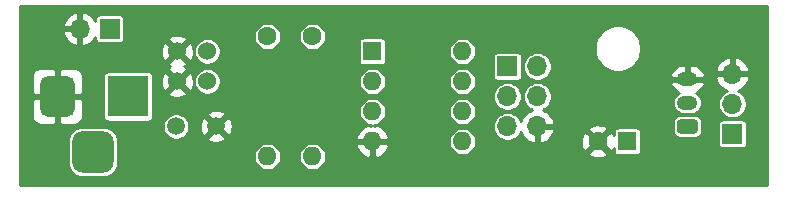
<source format=gbl>
%TF.GenerationSoftware,KiCad,Pcbnew,5.99.0+really5.1.10+dfsg1-1*%
%TF.CreationDate,2022-02-16T19:45:23+00:00*%
%TF.ProjectId,mayor,6d61796f-722e-46b6-9963-61645f706362,rev?*%
%TF.SameCoordinates,Original*%
%TF.FileFunction,Copper,L2,Bot*%
%TF.FilePolarity,Positive*%
%FSLAX46Y46*%
G04 Gerber Fmt 4.6, Leading zero omitted, Abs format (unit mm)*
G04 Created by KiCad (PCBNEW 5.99.0+really5.1.10+dfsg1-1) date 2022-02-16 19:45:23*
%MOMM*%
%LPD*%
G01*
G04 APERTURE LIST*
%TA.AperFunction,ComponentPad*%
%ADD10R,1.700000X1.700000*%
%TD*%
%TA.AperFunction,ComponentPad*%
%ADD11O,1.700000X1.700000*%
%TD*%
%TA.AperFunction,ComponentPad*%
%ADD12R,1.600000X1.600000*%
%TD*%
%TA.AperFunction,ComponentPad*%
%ADD13O,1.600000X1.600000*%
%TD*%
%TA.AperFunction,ComponentPad*%
%ADD14C,1.600000*%
%TD*%
%TA.AperFunction,ComponentPad*%
%ADD15R,3.500000X3.500000*%
%TD*%
%TA.AperFunction,ComponentPad*%
%ADD16O,1.750000X1.200000*%
%TD*%
%TA.AperFunction,ComponentPad*%
%ADD17C,1.500000*%
%TD*%
%TA.AperFunction,ComponentPad*%
%ADD18C,1.524000*%
%TD*%
%TA.AperFunction,Conductor*%
%ADD19C,0.254000*%
%TD*%
%TA.AperFunction,Conductor*%
%ADD20C,0.100000*%
%TD*%
G04 APERTURE END LIST*
D10*
%TO.P,J2,1*%
%TO.N,MISO*%
X120650000Y-95520000D03*
D11*
%TO.P,J2,2*%
%TO.N,+5V*%
X123190000Y-95520000D03*
%TO.P,J2,3*%
%TO.N,LED_Data*%
X120650000Y-98060000D03*
%TO.P,J2,4*%
%TO.N,MOSI*%
X123190000Y-98060000D03*
%TO.P,J2,5*%
%TO.N,~RESET*%
X120650000Y-100600000D03*
%TO.P,J2,6*%
%TO.N,GND*%
X123190000Y-100600000D03*
%TD*%
D12*
%TO.P,U1,1*%
%TO.N,~RESET*%
X109220000Y-94250000D03*
D13*
%TO.P,U1,5*%
%TO.N,MOSI*%
X116840000Y-101870000D03*
%TO.P,U1,2*%
%TO.N,Light*%
X109220000Y-96790000D03*
%TO.P,U1,6*%
%TO.N,MISO*%
X116840000Y-99330000D03*
%TO.P,U1,3*%
%TO.N,Tilt*%
X109220000Y-99330000D03*
%TO.P,U1,7*%
%TO.N,LED_Data*%
X116840000Y-96790000D03*
%TO.P,U1,4*%
%TO.N,GND*%
X109220000Y-101870000D03*
%TO.P,U1,8*%
%TO.N,+5V*%
X116840000Y-94250000D03*
%TD*%
D12*
%TO.P,C1,1*%
%TO.N,+5V*%
X130810000Y-101870000D03*
D14*
%TO.P,C1,2*%
%TO.N,GND*%
X128310000Y-101870000D03*
%TD*%
D15*
%TO.P,J1,1*%
%TO.N,+5V*%
X88550000Y-98060000D03*
%TO.P,J1,2*%
%TO.N,GND*%
%TA.AperFunction,ComponentPad*%
G36*
G01*
X81050000Y-99060000D02*
X81050000Y-97060000D01*
G75*
G02*
X81800000Y-96310000I750000J0D01*
G01*
X83300000Y-96310000D01*
G75*
G02*
X84050000Y-97060000I0J-750000D01*
G01*
X84050000Y-99060000D01*
G75*
G02*
X83300000Y-99810000I-750000J0D01*
G01*
X81800000Y-99810000D01*
G75*
G02*
X81050000Y-99060000I0J750000D01*
G01*
G37*
%TD.AperFunction*%
%TO.P,J1,3*%
%TO.N,N/C*%
%TA.AperFunction,ComponentPad*%
G36*
G01*
X83800000Y-103635000D02*
X83800000Y-101885000D01*
G75*
G02*
X84675000Y-101010000I875000J0D01*
G01*
X86425000Y-101010000D01*
G75*
G02*
X87300000Y-101885000I0J-875000D01*
G01*
X87300000Y-103635000D01*
G75*
G02*
X86425000Y-104510000I-875000J0D01*
G01*
X84675000Y-104510000D01*
G75*
G02*
X83800000Y-103635000I0J875000D01*
G01*
G37*
%TD.AperFunction*%
%TD*%
%TO.P,J3,1*%
%TO.N,+5V*%
%TA.AperFunction,ComponentPad*%
G36*
G01*
X136515001Y-101200000D02*
X135264999Y-101200000D01*
G75*
G02*
X135015000Y-100950001I0J249999D01*
G01*
X135015000Y-100249999D01*
G75*
G02*
X135264999Y-100000000I249999J0D01*
G01*
X136515001Y-100000000D01*
G75*
G02*
X136765000Y-100249999I0J-249999D01*
G01*
X136765000Y-100950001D01*
G75*
G02*
X136515001Y-101200000I-249999J0D01*
G01*
G37*
%TD.AperFunction*%
D16*
%TO.P,J3,2*%
%TO.N,LED_Data*%
X135890000Y-98600000D03*
%TO.P,J3,3*%
%TO.N,GND*%
X135890000Y-96600000D03*
%TD*%
D14*
%TO.P,R1,1*%
%TO.N,+5V*%
X104140000Y-92980000D03*
D13*
%TO.P,R1,2*%
%TO.N,Light*%
X104140000Y-103140000D03*
%TD*%
D17*
%TO.P,R2,1*%
%TO.N,Light*%
X92595001Y-100600000D03*
%TO.P,R2,2*%
%TO.N,GND*%
X95995001Y-100600000D03*
%TD*%
D13*
%TO.P,R3,2*%
%TO.N,Tilt*%
X100330000Y-103140000D03*
D14*
%TO.P,R3,1*%
%TO.N,+5V*%
X100330000Y-92980000D03*
%TD*%
D18*
%TO.P,SW1,1*%
%TO.N,Tilt*%
X95250000Y-96790000D03*
X95250000Y-94250000D03*
%TO.P,SW1,2*%
%TO.N,GND*%
X92710000Y-96790000D03*
X92710000Y-94250000D03*
%TD*%
D10*
%TO.P,J4,1*%
%TO.N,+5V*%
X86995000Y-92345000D03*
D11*
%TO.P,J4,2*%
%TO.N,GND*%
X84455000Y-92345000D03*
%TD*%
D10*
%TO.P,J5,1*%
%TO.N,+5V*%
X139700000Y-101235000D03*
D11*
%TO.P,J5,2*%
%TO.N,LED_Data*%
X139700000Y-98695000D03*
%TO.P,J5,3*%
%TO.N,GND*%
X139700000Y-96155000D03*
%TD*%
D19*
%TO.N,GND*%
X142598001Y-105598000D02*
X79402000Y-105598000D01*
X79402000Y-101885000D01*
X83421176Y-101885000D01*
X83421176Y-103635000D01*
X83445268Y-103879609D01*
X83516618Y-104114818D01*
X83632483Y-104331587D01*
X83788413Y-104521587D01*
X83978413Y-104677517D01*
X84195182Y-104793382D01*
X84430391Y-104864732D01*
X84675000Y-104888824D01*
X86425000Y-104888824D01*
X86669609Y-104864732D01*
X86904818Y-104793382D01*
X87121587Y-104677517D01*
X87311587Y-104521587D01*
X87467517Y-104331587D01*
X87583382Y-104114818D01*
X87654732Y-103879609D01*
X87678824Y-103635000D01*
X87678824Y-103024076D01*
X99153000Y-103024076D01*
X99153000Y-103255924D01*
X99198231Y-103483318D01*
X99286956Y-103697519D01*
X99415764Y-103890294D01*
X99579706Y-104054236D01*
X99772481Y-104183044D01*
X99986682Y-104271769D01*
X100214076Y-104317000D01*
X100445924Y-104317000D01*
X100673318Y-104271769D01*
X100887519Y-104183044D01*
X101080294Y-104054236D01*
X101244236Y-103890294D01*
X101373044Y-103697519D01*
X101461769Y-103483318D01*
X101507000Y-103255924D01*
X101507000Y-103024076D01*
X102963000Y-103024076D01*
X102963000Y-103255924D01*
X103008231Y-103483318D01*
X103096956Y-103697519D01*
X103225764Y-103890294D01*
X103389706Y-104054236D01*
X103582481Y-104183044D01*
X103796682Y-104271769D01*
X104024076Y-104317000D01*
X104255924Y-104317000D01*
X104483318Y-104271769D01*
X104697519Y-104183044D01*
X104890294Y-104054236D01*
X105054236Y-103890294D01*
X105183044Y-103697519D01*
X105271769Y-103483318D01*
X105317000Y-103255924D01*
X105317000Y-103024076D01*
X105271769Y-102796682D01*
X105183044Y-102582481D01*
X105054236Y-102389706D01*
X104890294Y-102225764D01*
X104880230Y-102219039D01*
X107828096Y-102219039D01*
X107868754Y-102353087D01*
X107988963Y-102607420D01*
X108156481Y-102833414D01*
X108364869Y-103022385D01*
X108606119Y-103167070D01*
X108870960Y-103261909D01*
X109093000Y-103140624D01*
X109093000Y-101997000D01*
X109347000Y-101997000D01*
X109347000Y-103140624D01*
X109569040Y-103261909D01*
X109833881Y-103167070D01*
X110075131Y-103022385D01*
X110283519Y-102833414D01*
X110451037Y-102607420D01*
X110571246Y-102353087D01*
X110611904Y-102219039D01*
X110489915Y-101997000D01*
X109347000Y-101997000D01*
X109093000Y-101997000D01*
X107950085Y-101997000D01*
X107828096Y-102219039D01*
X104880230Y-102219039D01*
X104697519Y-102096956D01*
X104483318Y-102008231D01*
X104255924Y-101963000D01*
X104024076Y-101963000D01*
X103796682Y-102008231D01*
X103582481Y-102096956D01*
X103389706Y-102225764D01*
X103225764Y-102389706D01*
X103096956Y-102582481D01*
X103008231Y-102796682D01*
X102963000Y-103024076D01*
X101507000Y-103024076D01*
X101461769Y-102796682D01*
X101373044Y-102582481D01*
X101244236Y-102389706D01*
X101080294Y-102225764D01*
X100887519Y-102096956D01*
X100673318Y-102008231D01*
X100445924Y-101963000D01*
X100214076Y-101963000D01*
X99986682Y-102008231D01*
X99772481Y-102096956D01*
X99579706Y-102225764D01*
X99415764Y-102389706D01*
X99286956Y-102582481D01*
X99198231Y-102796682D01*
X99153000Y-103024076D01*
X87678824Y-103024076D01*
X87678824Y-101885000D01*
X87654732Y-101640391D01*
X87583382Y-101405182D01*
X87467517Y-101188413D01*
X87311587Y-100998413D01*
X87121587Y-100842483D01*
X86904818Y-100726618D01*
X86669609Y-100655268D01*
X86425000Y-100631176D01*
X84675000Y-100631176D01*
X84430391Y-100655268D01*
X84195182Y-100726618D01*
X83978413Y-100842483D01*
X83788413Y-100998413D01*
X83632483Y-101188413D01*
X83516618Y-101405182D01*
X83445268Y-101640391D01*
X83421176Y-101885000D01*
X79402000Y-101885000D01*
X79402000Y-100489000D01*
X91468001Y-100489000D01*
X91468001Y-100711000D01*
X91511311Y-100928734D01*
X91596267Y-101133835D01*
X91719603Y-101318421D01*
X91876580Y-101475398D01*
X92061166Y-101598734D01*
X92266267Y-101683690D01*
X92484001Y-101727000D01*
X92706001Y-101727000D01*
X92923735Y-101683690D01*
X93128836Y-101598734D01*
X93191306Y-101556993D01*
X95217613Y-101556993D01*
X95283138Y-101795860D01*
X95530117Y-101911760D01*
X95794961Y-101977250D01*
X96067493Y-101989812D01*
X96337239Y-101948965D01*
X96593833Y-101856277D01*
X96706864Y-101795860D01*
X96718326Y-101754076D01*
X115663000Y-101754076D01*
X115663000Y-101985924D01*
X115708231Y-102213318D01*
X115796956Y-102427519D01*
X115925764Y-102620294D01*
X116089706Y-102784236D01*
X116282481Y-102913044D01*
X116496682Y-103001769D01*
X116724076Y-103047000D01*
X116955924Y-103047000D01*
X117183318Y-103001769D01*
X117397519Y-102913044D01*
X117472861Y-102862702D01*
X127496903Y-102862702D01*
X127568486Y-103106671D01*
X127823996Y-103227571D01*
X128098184Y-103296300D01*
X128380512Y-103310217D01*
X128660130Y-103268787D01*
X128926292Y-103173603D01*
X129051514Y-103106671D01*
X129123097Y-102862702D01*
X128310000Y-102049605D01*
X127496903Y-102862702D01*
X117472861Y-102862702D01*
X117590294Y-102784236D01*
X117754236Y-102620294D01*
X117883044Y-102427519D01*
X117971769Y-102213318D01*
X118017000Y-101985924D01*
X118017000Y-101754076D01*
X117971769Y-101526682D01*
X117883044Y-101312481D01*
X117754236Y-101119706D01*
X117590294Y-100955764D01*
X117397519Y-100826956D01*
X117183318Y-100738231D01*
X116955924Y-100693000D01*
X116724076Y-100693000D01*
X116496682Y-100738231D01*
X116282481Y-100826956D01*
X116089706Y-100955764D01*
X115925764Y-101119706D01*
X115796956Y-101312481D01*
X115708231Y-101526682D01*
X115663000Y-101754076D01*
X96718326Y-101754076D01*
X96772389Y-101556993D01*
X96736357Y-101520961D01*
X107828096Y-101520961D01*
X107950085Y-101743000D01*
X109093000Y-101743000D01*
X109093000Y-101723000D01*
X109347000Y-101723000D01*
X109347000Y-101743000D01*
X110489915Y-101743000D01*
X110611904Y-101520961D01*
X110571246Y-101386913D01*
X110451037Y-101132580D01*
X110283519Y-100906586D01*
X110075131Y-100717615D01*
X109833881Y-100572930D01*
X109569040Y-100478091D01*
X109347002Y-100599375D01*
X109347002Y-100504796D01*
X109563318Y-100461769D01*
X109777519Y-100373044D01*
X109970294Y-100244236D01*
X110134236Y-100080294D01*
X110263044Y-99887519D01*
X110351769Y-99673318D01*
X110397000Y-99445924D01*
X110397000Y-99214076D01*
X115663000Y-99214076D01*
X115663000Y-99445924D01*
X115708231Y-99673318D01*
X115796956Y-99887519D01*
X115925764Y-100080294D01*
X116089706Y-100244236D01*
X116282481Y-100373044D01*
X116496682Y-100461769D01*
X116724076Y-100507000D01*
X116955924Y-100507000D01*
X117095931Y-100479151D01*
X119423000Y-100479151D01*
X119423000Y-100720849D01*
X119470153Y-100957903D01*
X119562647Y-101181202D01*
X119696927Y-101382167D01*
X119867833Y-101553073D01*
X120068798Y-101687353D01*
X120292097Y-101779847D01*
X120529151Y-101827000D01*
X120770849Y-101827000D01*
X121007903Y-101779847D01*
X121231202Y-101687353D01*
X121432167Y-101553073D01*
X121603073Y-101382167D01*
X121737353Y-101181202D01*
X121783078Y-101070812D01*
X121793175Y-101104099D01*
X121918359Y-101366920D01*
X122092412Y-101600269D01*
X122308645Y-101795178D01*
X122558748Y-101944157D01*
X122833109Y-102041481D01*
X123063000Y-101920814D01*
X123063000Y-100727000D01*
X123317000Y-100727000D01*
X123317000Y-101920814D01*
X123546891Y-102041481D01*
X123821252Y-101944157D01*
X123827371Y-101940512D01*
X126869783Y-101940512D01*
X126911213Y-102220130D01*
X127006397Y-102486292D01*
X127073329Y-102611514D01*
X127317298Y-102683097D01*
X128130395Y-101870000D01*
X128489605Y-101870000D01*
X129302702Y-102683097D01*
X129546671Y-102611514D01*
X129631176Y-102432921D01*
X129631176Y-102670000D01*
X129638455Y-102743905D01*
X129660012Y-102814970D01*
X129695019Y-102880463D01*
X129742131Y-102937869D01*
X129799537Y-102984981D01*
X129865030Y-103019988D01*
X129936095Y-103041545D01*
X130010000Y-103048824D01*
X131610000Y-103048824D01*
X131683905Y-103041545D01*
X131754970Y-103019988D01*
X131820463Y-102984981D01*
X131877869Y-102937869D01*
X131924981Y-102880463D01*
X131959988Y-102814970D01*
X131981545Y-102743905D01*
X131988824Y-102670000D01*
X131988824Y-101070000D01*
X131981545Y-100996095D01*
X131959988Y-100925030D01*
X131924981Y-100859537D01*
X131877869Y-100802131D01*
X131820463Y-100755019D01*
X131754970Y-100720012D01*
X131683905Y-100698455D01*
X131610000Y-100691176D01*
X130010000Y-100691176D01*
X129936095Y-100698455D01*
X129865030Y-100720012D01*
X129799537Y-100755019D01*
X129742131Y-100802131D01*
X129695019Y-100859537D01*
X129660012Y-100925030D01*
X129638455Y-100996095D01*
X129631176Y-101070000D01*
X129631176Y-101302847D01*
X129613603Y-101253708D01*
X129546671Y-101128486D01*
X129302702Y-101056903D01*
X128489605Y-101870000D01*
X128130395Y-101870000D01*
X127317298Y-101056903D01*
X127073329Y-101128486D01*
X126952429Y-101383996D01*
X126883700Y-101658184D01*
X126869783Y-101940512D01*
X123827371Y-101940512D01*
X124071355Y-101795178D01*
X124287588Y-101600269D01*
X124461641Y-101366920D01*
X124586825Y-101104099D01*
X124631476Y-100956890D01*
X124589473Y-100877298D01*
X127496903Y-100877298D01*
X128310000Y-101690395D01*
X129123097Y-100877298D01*
X129051514Y-100633329D01*
X128796004Y-100512429D01*
X128521816Y-100443700D01*
X128239488Y-100429783D01*
X127959870Y-100471213D01*
X127693708Y-100566397D01*
X127568486Y-100633329D01*
X127496903Y-100877298D01*
X124589473Y-100877298D01*
X124510155Y-100727000D01*
X123317000Y-100727000D01*
X123063000Y-100727000D01*
X123043000Y-100727000D01*
X123043000Y-100473000D01*
X123063000Y-100473000D01*
X123063000Y-100453000D01*
X123317000Y-100453000D01*
X123317000Y-100473000D01*
X124510155Y-100473000D01*
X124627840Y-100249999D01*
X134636176Y-100249999D01*
X134636176Y-100950001D01*
X134648259Y-101072678D01*
X134684042Y-101190641D01*
X134742152Y-101299356D01*
X134820354Y-101394646D01*
X134915644Y-101472848D01*
X135024359Y-101530958D01*
X135142322Y-101566741D01*
X135264999Y-101578824D01*
X136515001Y-101578824D01*
X136637678Y-101566741D01*
X136755641Y-101530958D01*
X136864356Y-101472848D01*
X136959646Y-101394646D01*
X137037848Y-101299356D01*
X137095958Y-101190641D01*
X137131741Y-101072678D01*
X137143824Y-100950001D01*
X137143824Y-100385000D01*
X138471176Y-100385000D01*
X138471176Y-102085000D01*
X138478455Y-102158905D01*
X138500012Y-102229970D01*
X138535019Y-102295463D01*
X138582131Y-102352869D01*
X138639537Y-102399981D01*
X138705030Y-102434988D01*
X138776095Y-102456545D01*
X138850000Y-102463824D01*
X140550000Y-102463824D01*
X140623905Y-102456545D01*
X140694970Y-102434988D01*
X140760463Y-102399981D01*
X140817869Y-102352869D01*
X140864981Y-102295463D01*
X140899988Y-102229970D01*
X140921545Y-102158905D01*
X140928824Y-102085000D01*
X140928824Y-100385000D01*
X140921545Y-100311095D01*
X140899988Y-100240030D01*
X140864981Y-100174537D01*
X140817869Y-100117131D01*
X140760463Y-100070019D01*
X140694970Y-100035012D01*
X140623905Y-100013455D01*
X140550000Y-100006176D01*
X138850000Y-100006176D01*
X138776095Y-100013455D01*
X138705030Y-100035012D01*
X138639537Y-100070019D01*
X138582131Y-100117131D01*
X138535019Y-100174537D01*
X138500012Y-100240030D01*
X138478455Y-100311095D01*
X138471176Y-100385000D01*
X137143824Y-100385000D01*
X137143824Y-100249999D01*
X137131741Y-100127322D01*
X137095958Y-100009359D01*
X137037848Y-99900644D01*
X136959646Y-99805354D01*
X136864356Y-99727152D01*
X136755641Y-99669042D01*
X136637678Y-99633259D01*
X136515001Y-99621176D01*
X135264999Y-99621176D01*
X135142322Y-99633259D01*
X135024359Y-99669042D01*
X134915644Y-99727152D01*
X134820354Y-99805354D01*
X134742152Y-99900644D01*
X134684042Y-100009359D01*
X134648259Y-100127322D01*
X134636176Y-100249999D01*
X124627840Y-100249999D01*
X124631476Y-100243110D01*
X124586825Y-100095901D01*
X124461641Y-99833080D01*
X124287588Y-99599731D01*
X124071355Y-99404822D01*
X123821252Y-99255843D01*
X123653202Y-99196231D01*
X123771202Y-99147353D01*
X123972167Y-99013073D01*
X124143073Y-98842167D01*
X124277353Y-98641202D01*
X124369847Y-98417903D01*
X124417000Y-98180849D01*
X124417000Y-97939151D01*
X124369847Y-97702097D01*
X124277353Y-97478798D01*
X124143073Y-97277833D01*
X123972167Y-97106927D01*
X123771202Y-96972647D01*
X123638330Y-96917609D01*
X134421538Y-96917609D01*
X134425409Y-96955282D01*
X134517579Y-97180533D01*
X134651922Y-97383474D01*
X134823275Y-97556307D01*
X135025054Y-97692390D01*
X135145769Y-97743001D01*
X135069582Y-97783724D01*
X134920814Y-97905814D01*
X134798724Y-98054582D01*
X134708003Y-98224309D01*
X134652137Y-98408475D01*
X134633273Y-98600000D01*
X134652137Y-98791525D01*
X134708003Y-98975691D01*
X134798724Y-99145418D01*
X134920814Y-99294186D01*
X135069582Y-99416276D01*
X135239309Y-99506997D01*
X135423475Y-99562863D01*
X135567007Y-99577000D01*
X136212993Y-99577000D01*
X136356525Y-99562863D01*
X136540691Y-99506997D01*
X136710418Y-99416276D01*
X136859186Y-99294186D01*
X136981276Y-99145418D01*
X137071997Y-98975691D01*
X137127863Y-98791525D01*
X137146727Y-98600000D01*
X137127863Y-98408475D01*
X137071997Y-98224309D01*
X136981276Y-98054582D01*
X136859186Y-97905814D01*
X136710418Y-97783724D01*
X136634231Y-97743001D01*
X136754946Y-97692390D01*
X136956725Y-97556307D01*
X137128078Y-97383474D01*
X137262421Y-97180533D01*
X137354591Y-96955282D01*
X137358462Y-96917609D01*
X137233731Y-96727000D01*
X136017000Y-96727000D01*
X136017000Y-96747000D01*
X135763000Y-96747000D01*
X135763000Y-96727000D01*
X134546269Y-96727000D01*
X134421538Y-96917609D01*
X123638330Y-96917609D01*
X123547903Y-96880153D01*
X123310849Y-96833000D01*
X123069151Y-96833000D01*
X122832097Y-96880153D01*
X122608798Y-96972647D01*
X122407833Y-97106927D01*
X122236927Y-97277833D01*
X122102647Y-97478798D01*
X122010153Y-97702097D01*
X121963000Y-97939151D01*
X121963000Y-98180849D01*
X122010153Y-98417903D01*
X122102647Y-98641202D01*
X122236927Y-98842167D01*
X122407833Y-99013073D01*
X122608798Y-99147353D01*
X122726798Y-99196231D01*
X122558748Y-99255843D01*
X122308645Y-99404822D01*
X122092412Y-99599731D01*
X121918359Y-99833080D01*
X121793175Y-100095901D01*
X121783078Y-100129188D01*
X121737353Y-100018798D01*
X121603073Y-99817833D01*
X121432167Y-99646927D01*
X121231202Y-99512647D01*
X121007903Y-99420153D01*
X120770849Y-99373000D01*
X120529151Y-99373000D01*
X120292097Y-99420153D01*
X120068798Y-99512647D01*
X119867833Y-99646927D01*
X119696927Y-99817833D01*
X119562647Y-100018798D01*
X119470153Y-100242097D01*
X119423000Y-100479151D01*
X117095931Y-100479151D01*
X117183318Y-100461769D01*
X117397519Y-100373044D01*
X117590294Y-100244236D01*
X117754236Y-100080294D01*
X117883044Y-99887519D01*
X117971769Y-99673318D01*
X118017000Y-99445924D01*
X118017000Y-99214076D01*
X117971769Y-98986682D01*
X117883044Y-98772481D01*
X117754236Y-98579706D01*
X117590294Y-98415764D01*
X117397519Y-98286956D01*
X117183318Y-98198231D01*
X116955924Y-98153000D01*
X116724076Y-98153000D01*
X116496682Y-98198231D01*
X116282481Y-98286956D01*
X116089706Y-98415764D01*
X115925764Y-98579706D01*
X115796956Y-98772481D01*
X115708231Y-98986682D01*
X115663000Y-99214076D01*
X110397000Y-99214076D01*
X110351769Y-98986682D01*
X110263044Y-98772481D01*
X110134236Y-98579706D01*
X109970294Y-98415764D01*
X109777519Y-98286956D01*
X109563318Y-98198231D01*
X109335924Y-98153000D01*
X109104076Y-98153000D01*
X108876682Y-98198231D01*
X108662481Y-98286956D01*
X108469706Y-98415764D01*
X108305764Y-98579706D01*
X108176956Y-98772481D01*
X108088231Y-98986682D01*
X108043000Y-99214076D01*
X108043000Y-99445924D01*
X108088231Y-99673318D01*
X108176956Y-99887519D01*
X108305764Y-100080294D01*
X108469706Y-100244236D01*
X108662481Y-100373044D01*
X108876682Y-100461769D01*
X109092998Y-100504796D01*
X109092998Y-100599375D01*
X108870960Y-100478091D01*
X108606119Y-100572930D01*
X108364869Y-100717615D01*
X108156481Y-100906586D01*
X107988963Y-101132580D01*
X107868754Y-101386913D01*
X107828096Y-101520961D01*
X96736357Y-101520961D01*
X95995001Y-100779605D01*
X95217613Y-101556993D01*
X93191306Y-101556993D01*
X93313422Y-101475398D01*
X93470399Y-101318421D01*
X93593735Y-101133835D01*
X93678691Y-100928734D01*
X93722001Y-100711000D01*
X93722001Y-100672492D01*
X94605189Y-100672492D01*
X94646036Y-100942238D01*
X94738724Y-101198832D01*
X94799141Y-101311863D01*
X95038008Y-101377388D01*
X95815396Y-100600000D01*
X96174606Y-100600000D01*
X96951994Y-101377388D01*
X97190861Y-101311863D01*
X97306761Y-101064884D01*
X97372251Y-100800040D01*
X97384813Y-100527508D01*
X97343966Y-100257762D01*
X97251278Y-100001168D01*
X97190861Y-99888137D01*
X96951994Y-99822612D01*
X96174606Y-100600000D01*
X95815396Y-100600000D01*
X95038008Y-99822612D01*
X94799141Y-99888137D01*
X94683241Y-100135116D01*
X94617751Y-100399960D01*
X94605189Y-100672492D01*
X93722001Y-100672492D01*
X93722001Y-100489000D01*
X93678691Y-100271266D01*
X93593735Y-100066165D01*
X93470399Y-99881579D01*
X93313422Y-99724602D01*
X93191307Y-99643007D01*
X95217613Y-99643007D01*
X95995001Y-100420395D01*
X96772389Y-99643007D01*
X96706864Y-99404140D01*
X96459885Y-99288240D01*
X96195041Y-99222750D01*
X95922509Y-99210188D01*
X95652763Y-99251035D01*
X95396169Y-99343723D01*
X95283138Y-99404140D01*
X95217613Y-99643007D01*
X93191307Y-99643007D01*
X93128836Y-99601266D01*
X92923735Y-99516310D01*
X92706001Y-99473000D01*
X92484001Y-99473000D01*
X92266267Y-99516310D01*
X92061166Y-99601266D01*
X91876580Y-99724602D01*
X91719603Y-99881579D01*
X91596267Y-100066165D01*
X91511311Y-100271266D01*
X91468001Y-100489000D01*
X79402000Y-100489000D01*
X79402000Y-99810000D01*
X80411928Y-99810000D01*
X80424188Y-99934482D01*
X80460498Y-100054180D01*
X80519463Y-100164494D01*
X80598815Y-100261185D01*
X80695506Y-100340537D01*
X80805820Y-100399502D01*
X80925518Y-100435812D01*
X81050000Y-100448072D01*
X82264250Y-100445000D01*
X82423000Y-100286250D01*
X82423000Y-98187000D01*
X82677000Y-98187000D01*
X82677000Y-100286250D01*
X82835750Y-100445000D01*
X84050000Y-100448072D01*
X84174482Y-100435812D01*
X84294180Y-100399502D01*
X84404494Y-100340537D01*
X84501185Y-100261185D01*
X84580537Y-100164494D01*
X84639502Y-100054180D01*
X84675812Y-99934482D01*
X84688072Y-99810000D01*
X84685000Y-98345750D01*
X84526250Y-98187000D01*
X82677000Y-98187000D01*
X82423000Y-98187000D01*
X80573750Y-98187000D01*
X80415000Y-98345750D01*
X80411928Y-99810000D01*
X79402000Y-99810000D01*
X79402000Y-96310000D01*
X80411928Y-96310000D01*
X80415000Y-97774250D01*
X80573750Y-97933000D01*
X82423000Y-97933000D01*
X82423000Y-95833750D01*
X82677000Y-95833750D01*
X82677000Y-97933000D01*
X84526250Y-97933000D01*
X84685000Y-97774250D01*
X84688072Y-96310000D01*
X86421176Y-96310000D01*
X86421176Y-99810000D01*
X86428455Y-99883905D01*
X86450012Y-99954970D01*
X86485019Y-100020463D01*
X86532131Y-100077869D01*
X86589537Y-100124981D01*
X86655030Y-100159988D01*
X86726095Y-100181545D01*
X86800000Y-100188824D01*
X90300000Y-100188824D01*
X90373905Y-100181545D01*
X90444970Y-100159988D01*
X90510463Y-100124981D01*
X90567869Y-100077869D01*
X90614981Y-100020463D01*
X90649988Y-99954970D01*
X90671545Y-99883905D01*
X90678824Y-99810000D01*
X90678824Y-97755565D01*
X91924040Y-97755565D01*
X91991020Y-97995656D01*
X92240048Y-98112756D01*
X92507135Y-98179023D01*
X92782017Y-98191910D01*
X93054133Y-98150922D01*
X93313023Y-98057636D01*
X93428980Y-97995656D01*
X93495960Y-97755565D01*
X92710000Y-96969605D01*
X91924040Y-97755565D01*
X90678824Y-97755565D01*
X90678824Y-96862017D01*
X91308090Y-96862017D01*
X91349078Y-97134133D01*
X91442364Y-97393023D01*
X91504344Y-97508980D01*
X91744435Y-97575960D01*
X92530395Y-96790000D01*
X92889605Y-96790000D01*
X93675565Y-97575960D01*
X93915656Y-97508980D01*
X94032756Y-97259952D01*
X94099023Y-96992865D01*
X94111000Y-96737393D01*
X94111000Y-96902182D01*
X94154771Y-97122234D01*
X94240631Y-97329519D01*
X94365281Y-97516070D01*
X94523930Y-97674719D01*
X94710481Y-97799369D01*
X94917766Y-97885229D01*
X95137818Y-97929000D01*
X95362182Y-97929000D01*
X95582234Y-97885229D01*
X95789519Y-97799369D01*
X95976070Y-97674719D01*
X96134719Y-97516070D01*
X96259369Y-97329519D01*
X96345229Y-97122234D01*
X96389000Y-96902182D01*
X96389000Y-96677818D01*
X96388256Y-96674076D01*
X108043000Y-96674076D01*
X108043000Y-96905924D01*
X108088231Y-97133318D01*
X108176956Y-97347519D01*
X108305764Y-97540294D01*
X108469706Y-97704236D01*
X108662481Y-97833044D01*
X108876682Y-97921769D01*
X109104076Y-97967000D01*
X109335924Y-97967000D01*
X109563318Y-97921769D01*
X109777519Y-97833044D01*
X109970294Y-97704236D01*
X110134236Y-97540294D01*
X110263044Y-97347519D01*
X110351769Y-97133318D01*
X110397000Y-96905924D01*
X110397000Y-96674076D01*
X115663000Y-96674076D01*
X115663000Y-96905924D01*
X115708231Y-97133318D01*
X115796956Y-97347519D01*
X115925764Y-97540294D01*
X116089706Y-97704236D01*
X116282481Y-97833044D01*
X116496682Y-97921769D01*
X116724076Y-97967000D01*
X116955924Y-97967000D01*
X117095931Y-97939151D01*
X119423000Y-97939151D01*
X119423000Y-98180849D01*
X119470153Y-98417903D01*
X119562647Y-98641202D01*
X119696927Y-98842167D01*
X119867833Y-99013073D01*
X120068798Y-99147353D01*
X120292097Y-99239847D01*
X120529151Y-99287000D01*
X120770849Y-99287000D01*
X121007903Y-99239847D01*
X121231202Y-99147353D01*
X121432167Y-99013073D01*
X121603073Y-98842167D01*
X121737353Y-98641202D01*
X121829847Y-98417903D01*
X121877000Y-98180849D01*
X121877000Y-97939151D01*
X121829847Y-97702097D01*
X121737353Y-97478798D01*
X121603073Y-97277833D01*
X121432167Y-97106927D01*
X121231202Y-96972647D01*
X121007903Y-96880153D01*
X120770849Y-96833000D01*
X120529151Y-96833000D01*
X120292097Y-96880153D01*
X120068798Y-96972647D01*
X119867833Y-97106927D01*
X119696927Y-97277833D01*
X119562647Y-97478798D01*
X119470153Y-97702097D01*
X119423000Y-97939151D01*
X117095931Y-97939151D01*
X117183318Y-97921769D01*
X117397519Y-97833044D01*
X117590294Y-97704236D01*
X117754236Y-97540294D01*
X117883044Y-97347519D01*
X117971769Y-97133318D01*
X118017000Y-96905924D01*
X118017000Y-96674076D01*
X117971769Y-96446682D01*
X117883044Y-96232481D01*
X117754236Y-96039706D01*
X117590294Y-95875764D01*
X117397519Y-95746956D01*
X117183318Y-95658231D01*
X116955924Y-95613000D01*
X116724076Y-95613000D01*
X116496682Y-95658231D01*
X116282481Y-95746956D01*
X116089706Y-95875764D01*
X115925764Y-96039706D01*
X115796956Y-96232481D01*
X115708231Y-96446682D01*
X115663000Y-96674076D01*
X110397000Y-96674076D01*
X110351769Y-96446682D01*
X110263044Y-96232481D01*
X110134236Y-96039706D01*
X109970294Y-95875764D01*
X109777519Y-95746956D01*
X109563318Y-95658231D01*
X109335924Y-95613000D01*
X109104076Y-95613000D01*
X108876682Y-95658231D01*
X108662481Y-95746956D01*
X108469706Y-95875764D01*
X108305764Y-96039706D01*
X108176956Y-96232481D01*
X108088231Y-96446682D01*
X108043000Y-96674076D01*
X96388256Y-96674076D01*
X96345229Y-96457766D01*
X96259369Y-96250481D01*
X96134719Y-96063930D01*
X95976070Y-95905281D01*
X95789519Y-95780631D01*
X95582234Y-95694771D01*
X95362182Y-95651000D01*
X95137818Y-95651000D01*
X94917766Y-95694771D01*
X94710481Y-95780631D01*
X94523930Y-95905281D01*
X94365281Y-96063930D01*
X94240631Y-96250481D01*
X94154771Y-96457766D01*
X94111000Y-96677818D01*
X94111000Y-96711942D01*
X94070922Y-96445867D01*
X93977636Y-96186977D01*
X93915656Y-96071020D01*
X93675565Y-96004040D01*
X92889605Y-96790000D01*
X92530395Y-96790000D01*
X91744435Y-96004040D01*
X91504344Y-96071020D01*
X91387244Y-96320048D01*
X91320977Y-96587135D01*
X91308090Y-96862017D01*
X90678824Y-96862017D01*
X90678824Y-96310000D01*
X90671545Y-96236095D01*
X90649988Y-96165030D01*
X90614981Y-96099537D01*
X90567869Y-96042131D01*
X90510463Y-95995019D01*
X90444970Y-95960012D01*
X90373905Y-95938455D01*
X90300000Y-95931176D01*
X86800000Y-95931176D01*
X86726095Y-95938455D01*
X86655030Y-95960012D01*
X86589537Y-95995019D01*
X86532131Y-96042131D01*
X86485019Y-96099537D01*
X86450012Y-96165030D01*
X86428455Y-96236095D01*
X86421176Y-96310000D01*
X84688072Y-96310000D01*
X84675812Y-96185518D01*
X84639502Y-96065820D01*
X84580537Y-95955506D01*
X84501185Y-95858815D01*
X84404494Y-95779463D01*
X84294180Y-95720498D01*
X84174482Y-95684188D01*
X84050000Y-95671928D01*
X82835750Y-95675000D01*
X82677000Y-95833750D01*
X82423000Y-95833750D01*
X82264250Y-95675000D01*
X81050000Y-95671928D01*
X80925518Y-95684188D01*
X80805820Y-95720498D01*
X80695506Y-95779463D01*
X80598815Y-95858815D01*
X80519463Y-95955506D01*
X80460498Y-96065820D01*
X80424188Y-96185518D01*
X80411928Y-96310000D01*
X79402000Y-96310000D01*
X79402000Y-95215565D01*
X91924040Y-95215565D01*
X91991020Y-95455656D01*
X92121644Y-95517079D01*
X92106977Y-95522364D01*
X91991020Y-95584344D01*
X91924040Y-95824435D01*
X92710000Y-96610395D01*
X93495960Y-95824435D01*
X93428980Y-95584344D01*
X93298356Y-95522921D01*
X93313023Y-95517636D01*
X93428980Y-95455656D01*
X93495960Y-95215565D01*
X92710000Y-94429605D01*
X91924040Y-95215565D01*
X79402000Y-95215565D01*
X79402000Y-94322017D01*
X91308090Y-94322017D01*
X91349078Y-94594133D01*
X91442364Y-94853023D01*
X91504344Y-94968980D01*
X91744435Y-95035960D01*
X92530395Y-94250000D01*
X92889605Y-94250000D01*
X93675565Y-95035960D01*
X93915656Y-94968980D01*
X94032756Y-94719952D01*
X94099023Y-94452865D01*
X94111000Y-94197393D01*
X94111000Y-94362182D01*
X94154771Y-94582234D01*
X94240631Y-94789519D01*
X94365281Y-94976070D01*
X94523930Y-95134719D01*
X94710481Y-95259369D01*
X94917766Y-95345229D01*
X95137818Y-95389000D01*
X95362182Y-95389000D01*
X95582234Y-95345229D01*
X95789519Y-95259369D01*
X95976070Y-95134719D01*
X96134719Y-94976070D01*
X96259369Y-94789519D01*
X96345229Y-94582234D01*
X96389000Y-94362182D01*
X96389000Y-94137818D01*
X96345229Y-93917766D01*
X96259369Y-93710481D01*
X96134719Y-93523930D01*
X95976070Y-93365281D01*
X95789519Y-93240631D01*
X95582234Y-93154771D01*
X95362182Y-93111000D01*
X95137818Y-93111000D01*
X94917766Y-93154771D01*
X94710481Y-93240631D01*
X94523930Y-93365281D01*
X94365281Y-93523930D01*
X94240631Y-93710481D01*
X94154771Y-93917766D01*
X94111000Y-94137818D01*
X94111000Y-94171942D01*
X94070922Y-93905867D01*
X93977636Y-93646977D01*
X93915656Y-93531020D01*
X93675565Y-93464040D01*
X92889605Y-94250000D01*
X92530395Y-94250000D01*
X91744435Y-93464040D01*
X91504344Y-93531020D01*
X91387244Y-93780048D01*
X91320977Y-94047135D01*
X91308090Y-94322017D01*
X79402000Y-94322017D01*
X79402000Y-92701891D01*
X83013519Y-92701891D01*
X83110843Y-92976252D01*
X83259822Y-93226355D01*
X83454731Y-93442588D01*
X83688080Y-93616641D01*
X83950901Y-93741825D01*
X84098110Y-93786476D01*
X84328000Y-93665155D01*
X84328000Y-92472000D01*
X83134186Y-92472000D01*
X83013519Y-92701891D01*
X79402000Y-92701891D01*
X79402000Y-91988109D01*
X83013519Y-91988109D01*
X83134186Y-92218000D01*
X84328000Y-92218000D01*
X84328000Y-91024845D01*
X84582000Y-91024845D01*
X84582000Y-92218000D01*
X84602000Y-92218000D01*
X84602000Y-92472000D01*
X84582000Y-92472000D01*
X84582000Y-93665155D01*
X84811890Y-93786476D01*
X84959099Y-93741825D01*
X85221920Y-93616641D01*
X85455269Y-93442588D01*
X85650178Y-93226355D01*
X85766176Y-93031620D01*
X85766176Y-93195000D01*
X85773455Y-93268905D01*
X85795012Y-93339970D01*
X85830019Y-93405463D01*
X85877131Y-93462869D01*
X85934537Y-93509981D01*
X86000030Y-93544988D01*
X86071095Y-93566545D01*
X86145000Y-93573824D01*
X87845000Y-93573824D01*
X87918905Y-93566545D01*
X87989970Y-93544988D01*
X88055463Y-93509981D01*
X88112869Y-93462869D01*
X88159981Y-93405463D01*
X88194988Y-93339970D01*
X88211834Y-93284435D01*
X91924040Y-93284435D01*
X92710000Y-94070395D01*
X93495960Y-93284435D01*
X93428980Y-93044344D01*
X93179952Y-92927244D01*
X92925356Y-92864076D01*
X99153000Y-92864076D01*
X99153000Y-93095924D01*
X99198231Y-93323318D01*
X99286956Y-93537519D01*
X99415764Y-93730294D01*
X99579706Y-93894236D01*
X99772481Y-94023044D01*
X99986682Y-94111769D01*
X100214076Y-94157000D01*
X100445924Y-94157000D01*
X100673318Y-94111769D01*
X100887519Y-94023044D01*
X101080294Y-93894236D01*
X101244236Y-93730294D01*
X101373044Y-93537519D01*
X101461769Y-93323318D01*
X101507000Y-93095924D01*
X101507000Y-92864076D01*
X102963000Y-92864076D01*
X102963000Y-93095924D01*
X103008231Y-93323318D01*
X103096956Y-93537519D01*
X103225764Y-93730294D01*
X103389706Y-93894236D01*
X103582481Y-94023044D01*
X103796682Y-94111769D01*
X104024076Y-94157000D01*
X104255924Y-94157000D01*
X104483318Y-94111769D01*
X104697519Y-94023044D01*
X104890294Y-93894236D01*
X105054236Y-93730294D01*
X105183044Y-93537519D01*
X105219295Y-93450000D01*
X108041176Y-93450000D01*
X108041176Y-95050000D01*
X108048455Y-95123905D01*
X108070012Y-95194970D01*
X108105019Y-95260463D01*
X108152131Y-95317869D01*
X108209537Y-95364981D01*
X108275030Y-95399988D01*
X108346095Y-95421545D01*
X108420000Y-95428824D01*
X110020000Y-95428824D01*
X110093905Y-95421545D01*
X110164970Y-95399988D01*
X110230463Y-95364981D01*
X110287869Y-95317869D01*
X110334981Y-95260463D01*
X110369988Y-95194970D01*
X110391545Y-95123905D01*
X110398824Y-95050000D01*
X110398824Y-94134076D01*
X115663000Y-94134076D01*
X115663000Y-94365924D01*
X115708231Y-94593318D01*
X115796956Y-94807519D01*
X115925764Y-95000294D01*
X116089706Y-95164236D01*
X116282481Y-95293044D01*
X116496682Y-95381769D01*
X116724076Y-95427000D01*
X116955924Y-95427000D01*
X117183318Y-95381769D01*
X117397519Y-95293044D01*
X117590294Y-95164236D01*
X117754236Y-95000294D01*
X117883044Y-94807519D01*
X117940006Y-94670000D01*
X119421176Y-94670000D01*
X119421176Y-96370000D01*
X119428455Y-96443905D01*
X119450012Y-96514970D01*
X119485019Y-96580463D01*
X119532131Y-96637869D01*
X119589537Y-96684981D01*
X119655030Y-96719988D01*
X119726095Y-96741545D01*
X119800000Y-96748824D01*
X121500000Y-96748824D01*
X121573905Y-96741545D01*
X121644970Y-96719988D01*
X121710463Y-96684981D01*
X121767869Y-96637869D01*
X121814981Y-96580463D01*
X121849988Y-96514970D01*
X121871545Y-96443905D01*
X121878824Y-96370000D01*
X121878824Y-95399151D01*
X121963000Y-95399151D01*
X121963000Y-95640849D01*
X122010153Y-95877903D01*
X122102647Y-96101202D01*
X122236927Y-96302167D01*
X122407833Y-96473073D01*
X122608798Y-96607353D01*
X122832097Y-96699847D01*
X123069151Y-96747000D01*
X123310849Y-96747000D01*
X123547903Y-96699847D01*
X123771202Y-96607353D01*
X123914073Y-96511890D01*
X138258524Y-96511890D01*
X138303175Y-96659099D01*
X138428359Y-96921920D01*
X138602412Y-97155269D01*
X138818645Y-97350178D01*
X139068748Y-97499157D01*
X139236798Y-97558769D01*
X139118798Y-97607647D01*
X138917833Y-97741927D01*
X138746927Y-97912833D01*
X138612647Y-98113798D01*
X138520153Y-98337097D01*
X138473000Y-98574151D01*
X138473000Y-98815849D01*
X138520153Y-99052903D01*
X138612647Y-99276202D01*
X138746927Y-99477167D01*
X138917833Y-99648073D01*
X139118798Y-99782353D01*
X139342097Y-99874847D01*
X139579151Y-99922000D01*
X139820849Y-99922000D01*
X140057903Y-99874847D01*
X140281202Y-99782353D01*
X140482167Y-99648073D01*
X140653073Y-99477167D01*
X140787353Y-99276202D01*
X140879847Y-99052903D01*
X140927000Y-98815849D01*
X140927000Y-98574151D01*
X140879847Y-98337097D01*
X140787353Y-98113798D01*
X140653073Y-97912833D01*
X140482167Y-97741927D01*
X140281202Y-97607647D01*
X140163202Y-97558769D01*
X140331252Y-97499157D01*
X140581355Y-97350178D01*
X140797588Y-97155269D01*
X140971641Y-96921920D01*
X141096825Y-96659099D01*
X141141476Y-96511890D01*
X141020155Y-96282000D01*
X139827000Y-96282000D01*
X139827000Y-96302000D01*
X139573000Y-96302000D01*
X139573000Y-96282000D01*
X138379845Y-96282000D01*
X138258524Y-96511890D01*
X123914073Y-96511890D01*
X123972167Y-96473073D01*
X124143073Y-96302167D01*
X124156286Y-96282391D01*
X134421538Y-96282391D01*
X134546269Y-96473000D01*
X135763000Y-96473000D01*
X135763000Y-95365000D01*
X136017000Y-95365000D01*
X136017000Y-96473000D01*
X137233731Y-96473000D01*
X137358462Y-96282391D01*
X137354591Y-96244718D01*
X137262421Y-96019467D01*
X137128078Y-95816526D01*
X137109820Y-95798110D01*
X138258524Y-95798110D01*
X138379845Y-96028000D01*
X139573000Y-96028000D01*
X139573000Y-94834186D01*
X139827000Y-94834186D01*
X139827000Y-96028000D01*
X141020155Y-96028000D01*
X141141476Y-95798110D01*
X141096825Y-95650901D01*
X140971641Y-95388080D01*
X140797588Y-95154731D01*
X140581355Y-94959822D01*
X140331252Y-94810843D01*
X140056891Y-94713519D01*
X139827000Y-94834186D01*
X139573000Y-94834186D01*
X139343109Y-94713519D01*
X139068748Y-94810843D01*
X138818645Y-94959822D01*
X138602412Y-95154731D01*
X138428359Y-95388080D01*
X138303175Y-95650901D01*
X138258524Y-95798110D01*
X137109820Y-95798110D01*
X136956725Y-95643693D01*
X136754946Y-95507610D01*
X136530496Y-95413507D01*
X136292000Y-95365000D01*
X136017000Y-95365000D01*
X135763000Y-95365000D01*
X135488000Y-95365000D01*
X135249504Y-95413507D01*
X135025054Y-95507610D01*
X134823275Y-95643693D01*
X134651922Y-95816526D01*
X134517579Y-96019467D01*
X134425409Y-96244718D01*
X134421538Y-96282391D01*
X124156286Y-96282391D01*
X124277353Y-96101202D01*
X124369847Y-95877903D01*
X124417000Y-95640849D01*
X124417000Y-95399151D01*
X124369847Y-95162097D01*
X124277353Y-94938798D01*
X124143073Y-94737833D01*
X123972167Y-94566927D01*
X123771202Y-94432647D01*
X123547903Y-94340153D01*
X123310849Y-94293000D01*
X123069151Y-94293000D01*
X122832097Y-94340153D01*
X122608798Y-94432647D01*
X122407833Y-94566927D01*
X122236927Y-94737833D01*
X122102647Y-94938798D01*
X122010153Y-95162097D01*
X121963000Y-95399151D01*
X121878824Y-95399151D01*
X121878824Y-94670000D01*
X121871545Y-94596095D01*
X121849988Y-94525030D01*
X121814981Y-94459537D01*
X121767869Y-94402131D01*
X121710463Y-94355019D01*
X121644970Y-94320012D01*
X121573905Y-94298455D01*
X121500000Y-94291176D01*
X119800000Y-94291176D01*
X119726095Y-94298455D01*
X119655030Y-94320012D01*
X119589537Y-94355019D01*
X119532131Y-94402131D01*
X119485019Y-94459537D01*
X119450012Y-94525030D01*
X119428455Y-94596095D01*
X119421176Y-94670000D01*
X117940006Y-94670000D01*
X117971769Y-94593318D01*
X118017000Y-94365924D01*
X118017000Y-94134076D01*
X117971769Y-93906682D01*
X117929768Y-93805282D01*
X128023000Y-93805282D01*
X128023000Y-94194718D01*
X128098975Y-94576670D01*
X128248005Y-94936461D01*
X128464364Y-95260264D01*
X128739736Y-95535636D01*
X129063539Y-95751995D01*
X129423330Y-95901025D01*
X129805282Y-95977000D01*
X130194718Y-95977000D01*
X130576670Y-95901025D01*
X130936461Y-95751995D01*
X131260264Y-95535636D01*
X131535636Y-95260264D01*
X131751995Y-94936461D01*
X131901025Y-94576670D01*
X131977000Y-94194718D01*
X131977000Y-93805282D01*
X131901025Y-93423330D01*
X131751995Y-93063539D01*
X131535636Y-92739736D01*
X131260264Y-92464364D01*
X130936461Y-92248005D01*
X130576670Y-92098975D01*
X130194718Y-92023000D01*
X129805282Y-92023000D01*
X129423330Y-92098975D01*
X129063539Y-92248005D01*
X128739736Y-92464364D01*
X128464364Y-92739736D01*
X128248005Y-93063539D01*
X128098975Y-93423330D01*
X128023000Y-93805282D01*
X117929768Y-93805282D01*
X117883044Y-93692481D01*
X117754236Y-93499706D01*
X117590294Y-93335764D01*
X117397519Y-93206956D01*
X117183318Y-93118231D01*
X116955924Y-93073000D01*
X116724076Y-93073000D01*
X116496682Y-93118231D01*
X116282481Y-93206956D01*
X116089706Y-93335764D01*
X115925764Y-93499706D01*
X115796956Y-93692481D01*
X115708231Y-93906682D01*
X115663000Y-94134076D01*
X110398824Y-94134076D01*
X110398824Y-93450000D01*
X110391545Y-93376095D01*
X110369988Y-93305030D01*
X110334981Y-93239537D01*
X110287869Y-93182131D01*
X110230463Y-93135019D01*
X110164970Y-93100012D01*
X110093905Y-93078455D01*
X110020000Y-93071176D01*
X108420000Y-93071176D01*
X108346095Y-93078455D01*
X108275030Y-93100012D01*
X108209537Y-93135019D01*
X108152131Y-93182131D01*
X108105019Y-93239537D01*
X108070012Y-93305030D01*
X108048455Y-93376095D01*
X108041176Y-93450000D01*
X105219295Y-93450000D01*
X105271769Y-93323318D01*
X105317000Y-93095924D01*
X105317000Y-92864076D01*
X105271769Y-92636682D01*
X105183044Y-92422481D01*
X105054236Y-92229706D01*
X104890294Y-92065764D01*
X104697519Y-91936956D01*
X104483318Y-91848231D01*
X104255924Y-91803000D01*
X104024076Y-91803000D01*
X103796682Y-91848231D01*
X103582481Y-91936956D01*
X103389706Y-92065764D01*
X103225764Y-92229706D01*
X103096956Y-92422481D01*
X103008231Y-92636682D01*
X102963000Y-92864076D01*
X101507000Y-92864076D01*
X101461769Y-92636682D01*
X101373044Y-92422481D01*
X101244236Y-92229706D01*
X101080294Y-92065764D01*
X100887519Y-91936956D01*
X100673318Y-91848231D01*
X100445924Y-91803000D01*
X100214076Y-91803000D01*
X99986682Y-91848231D01*
X99772481Y-91936956D01*
X99579706Y-92065764D01*
X99415764Y-92229706D01*
X99286956Y-92422481D01*
X99198231Y-92636682D01*
X99153000Y-92864076D01*
X92925356Y-92864076D01*
X92912865Y-92860977D01*
X92637983Y-92848090D01*
X92365867Y-92889078D01*
X92106977Y-92982364D01*
X91991020Y-93044344D01*
X91924040Y-93284435D01*
X88211834Y-93284435D01*
X88216545Y-93268905D01*
X88223824Y-93195000D01*
X88223824Y-91495000D01*
X88216545Y-91421095D01*
X88194988Y-91350030D01*
X88159981Y-91284537D01*
X88112869Y-91227131D01*
X88055463Y-91180019D01*
X87989970Y-91145012D01*
X87918905Y-91123455D01*
X87845000Y-91116176D01*
X86145000Y-91116176D01*
X86071095Y-91123455D01*
X86000030Y-91145012D01*
X85934537Y-91180019D01*
X85877131Y-91227131D01*
X85830019Y-91284537D01*
X85795012Y-91350030D01*
X85773455Y-91421095D01*
X85766176Y-91495000D01*
X85766176Y-91658380D01*
X85650178Y-91463645D01*
X85455269Y-91247412D01*
X85221920Y-91073359D01*
X84959099Y-90948175D01*
X84811890Y-90903524D01*
X84582000Y-91024845D01*
X84328000Y-91024845D01*
X84098110Y-90903524D01*
X83950901Y-90948175D01*
X83688080Y-91073359D01*
X83454731Y-91247412D01*
X83259822Y-91463645D01*
X83110843Y-91713748D01*
X83013519Y-91988109D01*
X79402000Y-91988109D01*
X79402000Y-90402000D01*
X142598000Y-90402000D01*
X142598001Y-105598000D01*
%TA.AperFunction,Conductor*%
D20*
G36*
X142598001Y-105598000D02*
G01*
X79402000Y-105598000D01*
X79402000Y-101885000D01*
X83421176Y-101885000D01*
X83421176Y-103635000D01*
X83445268Y-103879609D01*
X83516618Y-104114818D01*
X83632483Y-104331587D01*
X83788413Y-104521587D01*
X83978413Y-104677517D01*
X84195182Y-104793382D01*
X84430391Y-104864732D01*
X84675000Y-104888824D01*
X86425000Y-104888824D01*
X86669609Y-104864732D01*
X86904818Y-104793382D01*
X87121587Y-104677517D01*
X87311587Y-104521587D01*
X87467517Y-104331587D01*
X87583382Y-104114818D01*
X87654732Y-103879609D01*
X87678824Y-103635000D01*
X87678824Y-103024076D01*
X99153000Y-103024076D01*
X99153000Y-103255924D01*
X99198231Y-103483318D01*
X99286956Y-103697519D01*
X99415764Y-103890294D01*
X99579706Y-104054236D01*
X99772481Y-104183044D01*
X99986682Y-104271769D01*
X100214076Y-104317000D01*
X100445924Y-104317000D01*
X100673318Y-104271769D01*
X100887519Y-104183044D01*
X101080294Y-104054236D01*
X101244236Y-103890294D01*
X101373044Y-103697519D01*
X101461769Y-103483318D01*
X101507000Y-103255924D01*
X101507000Y-103024076D01*
X102963000Y-103024076D01*
X102963000Y-103255924D01*
X103008231Y-103483318D01*
X103096956Y-103697519D01*
X103225764Y-103890294D01*
X103389706Y-104054236D01*
X103582481Y-104183044D01*
X103796682Y-104271769D01*
X104024076Y-104317000D01*
X104255924Y-104317000D01*
X104483318Y-104271769D01*
X104697519Y-104183044D01*
X104890294Y-104054236D01*
X105054236Y-103890294D01*
X105183044Y-103697519D01*
X105271769Y-103483318D01*
X105317000Y-103255924D01*
X105317000Y-103024076D01*
X105271769Y-102796682D01*
X105183044Y-102582481D01*
X105054236Y-102389706D01*
X104890294Y-102225764D01*
X104880230Y-102219039D01*
X107828096Y-102219039D01*
X107868754Y-102353087D01*
X107988963Y-102607420D01*
X108156481Y-102833414D01*
X108364869Y-103022385D01*
X108606119Y-103167070D01*
X108870960Y-103261909D01*
X109093000Y-103140624D01*
X109093000Y-101997000D01*
X109347000Y-101997000D01*
X109347000Y-103140624D01*
X109569040Y-103261909D01*
X109833881Y-103167070D01*
X110075131Y-103022385D01*
X110283519Y-102833414D01*
X110451037Y-102607420D01*
X110571246Y-102353087D01*
X110611904Y-102219039D01*
X110489915Y-101997000D01*
X109347000Y-101997000D01*
X109093000Y-101997000D01*
X107950085Y-101997000D01*
X107828096Y-102219039D01*
X104880230Y-102219039D01*
X104697519Y-102096956D01*
X104483318Y-102008231D01*
X104255924Y-101963000D01*
X104024076Y-101963000D01*
X103796682Y-102008231D01*
X103582481Y-102096956D01*
X103389706Y-102225764D01*
X103225764Y-102389706D01*
X103096956Y-102582481D01*
X103008231Y-102796682D01*
X102963000Y-103024076D01*
X101507000Y-103024076D01*
X101461769Y-102796682D01*
X101373044Y-102582481D01*
X101244236Y-102389706D01*
X101080294Y-102225764D01*
X100887519Y-102096956D01*
X100673318Y-102008231D01*
X100445924Y-101963000D01*
X100214076Y-101963000D01*
X99986682Y-102008231D01*
X99772481Y-102096956D01*
X99579706Y-102225764D01*
X99415764Y-102389706D01*
X99286956Y-102582481D01*
X99198231Y-102796682D01*
X99153000Y-103024076D01*
X87678824Y-103024076D01*
X87678824Y-101885000D01*
X87654732Y-101640391D01*
X87583382Y-101405182D01*
X87467517Y-101188413D01*
X87311587Y-100998413D01*
X87121587Y-100842483D01*
X86904818Y-100726618D01*
X86669609Y-100655268D01*
X86425000Y-100631176D01*
X84675000Y-100631176D01*
X84430391Y-100655268D01*
X84195182Y-100726618D01*
X83978413Y-100842483D01*
X83788413Y-100998413D01*
X83632483Y-101188413D01*
X83516618Y-101405182D01*
X83445268Y-101640391D01*
X83421176Y-101885000D01*
X79402000Y-101885000D01*
X79402000Y-100489000D01*
X91468001Y-100489000D01*
X91468001Y-100711000D01*
X91511311Y-100928734D01*
X91596267Y-101133835D01*
X91719603Y-101318421D01*
X91876580Y-101475398D01*
X92061166Y-101598734D01*
X92266267Y-101683690D01*
X92484001Y-101727000D01*
X92706001Y-101727000D01*
X92923735Y-101683690D01*
X93128836Y-101598734D01*
X93191306Y-101556993D01*
X95217613Y-101556993D01*
X95283138Y-101795860D01*
X95530117Y-101911760D01*
X95794961Y-101977250D01*
X96067493Y-101989812D01*
X96337239Y-101948965D01*
X96593833Y-101856277D01*
X96706864Y-101795860D01*
X96718326Y-101754076D01*
X115663000Y-101754076D01*
X115663000Y-101985924D01*
X115708231Y-102213318D01*
X115796956Y-102427519D01*
X115925764Y-102620294D01*
X116089706Y-102784236D01*
X116282481Y-102913044D01*
X116496682Y-103001769D01*
X116724076Y-103047000D01*
X116955924Y-103047000D01*
X117183318Y-103001769D01*
X117397519Y-102913044D01*
X117472861Y-102862702D01*
X127496903Y-102862702D01*
X127568486Y-103106671D01*
X127823996Y-103227571D01*
X128098184Y-103296300D01*
X128380512Y-103310217D01*
X128660130Y-103268787D01*
X128926292Y-103173603D01*
X129051514Y-103106671D01*
X129123097Y-102862702D01*
X128310000Y-102049605D01*
X127496903Y-102862702D01*
X117472861Y-102862702D01*
X117590294Y-102784236D01*
X117754236Y-102620294D01*
X117883044Y-102427519D01*
X117971769Y-102213318D01*
X118017000Y-101985924D01*
X118017000Y-101754076D01*
X117971769Y-101526682D01*
X117883044Y-101312481D01*
X117754236Y-101119706D01*
X117590294Y-100955764D01*
X117397519Y-100826956D01*
X117183318Y-100738231D01*
X116955924Y-100693000D01*
X116724076Y-100693000D01*
X116496682Y-100738231D01*
X116282481Y-100826956D01*
X116089706Y-100955764D01*
X115925764Y-101119706D01*
X115796956Y-101312481D01*
X115708231Y-101526682D01*
X115663000Y-101754076D01*
X96718326Y-101754076D01*
X96772389Y-101556993D01*
X96736357Y-101520961D01*
X107828096Y-101520961D01*
X107950085Y-101743000D01*
X109093000Y-101743000D01*
X109093000Y-101723000D01*
X109347000Y-101723000D01*
X109347000Y-101743000D01*
X110489915Y-101743000D01*
X110611904Y-101520961D01*
X110571246Y-101386913D01*
X110451037Y-101132580D01*
X110283519Y-100906586D01*
X110075131Y-100717615D01*
X109833881Y-100572930D01*
X109569040Y-100478091D01*
X109347002Y-100599375D01*
X109347002Y-100504796D01*
X109563318Y-100461769D01*
X109777519Y-100373044D01*
X109970294Y-100244236D01*
X110134236Y-100080294D01*
X110263044Y-99887519D01*
X110351769Y-99673318D01*
X110397000Y-99445924D01*
X110397000Y-99214076D01*
X115663000Y-99214076D01*
X115663000Y-99445924D01*
X115708231Y-99673318D01*
X115796956Y-99887519D01*
X115925764Y-100080294D01*
X116089706Y-100244236D01*
X116282481Y-100373044D01*
X116496682Y-100461769D01*
X116724076Y-100507000D01*
X116955924Y-100507000D01*
X117095931Y-100479151D01*
X119423000Y-100479151D01*
X119423000Y-100720849D01*
X119470153Y-100957903D01*
X119562647Y-101181202D01*
X119696927Y-101382167D01*
X119867833Y-101553073D01*
X120068798Y-101687353D01*
X120292097Y-101779847D01*
X120529151Y-101827000D01*
X120770849Y-101827000D01*
X121007903Y-101779847D01*
X121231202Y-101687353D01*
X121432167Y-101553073D01*
X121603073Y-101382167D01*
X121737353Y-101181202D01*
X121783078Y-101070812D01*
X121793175Y-101104099D01*
X121918359Y-101366920D01*
X122092412Y-101600269D01*
X122308645Y-101795178D01*
X122558748Y-101944157D01*
X122833109Y-102041481D01*
X123063000Y-101920814D01*
X123063000Y-100727000D01*
X123317000Y-100727000D01*
X123317000Y-101920814D01*
X123546891Y-102041481D01*
X123821252Y-101944157D01*
X123827371Y-101940512D01*
X126869783Y-101940512D01*
X126911213Y-102220130D01*
X127006397Y-102486292D01*
X127073329Y-102611514D01*
X127317298Y-102683097D01*
X128130395Y-101870000D01*
X128489605Y-101870000D01*
X129302702Y-102683097D01*
X129546671Y-102611514D01*
X129631176Y-102432921D01*
X129631176Y-102670000D01*
X129638455Y-102743905D01*
X129660012Y-102814970D01*
X129695019Y-102880463D01*
X129742131Y-102937869D01*
X129799537Y-102984981D01*
X129865030Y-103019988D01*
X129936095Y-103041545D01*
X130010000Y-103048824D01*
X131610000Y-103048824D01*
X131683905Y-103041545D01*
X131754970Y-103019988D01*
X131820463Y-102984981D01*
X131877869Y-102937869D01*
X131924981Y-102880463D01*
X131959988Y-102814970D01*
X131981545Y-102743905D01*
X131988824Y-102670000D01*
X131988824Y-101070000D01*
X131981545Y-100996095D01*
X131959988Y-100925030D01*
X131924981Y-100859537D01*
X131877869Y-100802131D01*
X131820463Y-100755019D01*
X131754970Y-100720012D01*
X131683905Y-100698455D01*
X131610000Y-100691176D01*
X130010000Y-100691176D01*
X129936095Y-100698455D01*
X129865030Y-100720012D01*
X129799537Y-100755019D01*
X129742131Y-100802131D01*
X129695019Y-100859537D01*
X129660012Y-100925030D01*
X129638455Y-100996095D01*
X129631176Y-101070000D01*
X129631176Y-101302847D01*
X129613603Y-101253708D01*
X129546671Y-101128486D01*
X129302702Y-101056903D01*
X128489605Y-101870000D01*
X128130395Y-101870000D01*
X127317298Y-101056903D01*
X127073329Y-101128486D01*
X126952429Y-101383996D01*
X126883700Y-101658184D01*
X126869783Y-101940512D01*
X123827371Y-101940512D01*
X124071355Y-101795178D01*
X124287588Y-101600269D01*
X124461641Y-101366920D01*
X124586825Y-101104099D01*
X124631476Y-100956890D01*
X124589473Y-100877298D01*
X127496903Y-100877298D01*
X128310000Y-101690395D01*
X129123097Y-100877298D01*
X129051514Y-100633329D01*
X128796004Y-100512429D01*
X128521816Y-100443700D01*
X128239488Y-100429783D01*
X127959870Y-100471213D01*
X127693708Y-100566397D01*
X127568486Y-100633329D01*
X127496903Y-100877298D01*
X124589473Y-100877298D01*
X124510155Y-100727000D01*
X123317000Y-100727000D01*
X123063000Y-100727000D01*
X123043000Y-100727000D01*
X123043000Y-100473000D01*
X123063000Y-100473000D01*
X123063000Y-100453000D01*
X123317000Y-100453000D01*
X123317000Y-100473000D01*
X124510155Y-100473000D01*
X124627840Y-100249999D01*
X134636176Y-100249999D01*
X134636176Y-100950001D01*
X134648259Y-101072678D01*
X134684042Y-101190641D01*
X134742152Y-101299356D01*
X134820354Y-101394646D01*
X134915644Y-101472848D01*
X135024359Y-101530958D01*
X135142322Y-101566741D01*
X135264999Y-101578824D01*
X136515001Y-101578824D01*
X136637678Y-101566741D01*
X136755641Y-101530958D01*
X136864356Y-101472848D01*
X136959646Y-101394646D01*
X137037848Y-101299356D01*
X137095958Y-101190641D01*
X137131741Y-101072678D01*
X137143824Y-100950001D01*
X137143824Y-100385000D01*
X138471176Y-100385000D01*
X138471176Y-102085000D01*
X138478455Y-102158905D01*
X138500012Y-102229970D01*
X138535019Y-102295463D01*
X138582131Y-102352869D01*
X138639537Y-102399981D01*
X138705030Y-102434988D01*
X138776095Y-102456545D01*
X138850000Y-102463824D01*
X140550000Y-102463824D01*
X140623905Y-102456545D01*
X140694970Y-102434988D01*
X140760463Y-102399981D01*
X140817869Y-102352869D01*
X140864981Y-102295463D01*
X140899988Y-102229970D01*
X140921545Y-102158905D01*
X140928824Y-102085000D01*
X140928824Y-100385000D01*
X140921545Y-100311095D01*
X140899988Y-100240030D01*
X140864981Y-100174537D01*
X140817869Y-100117131D01*
X140760463Y-100070019D01*
X140694970Y-100035012D01*
X140623905Y-100013455D01*
X140550000Y-100006176D01*
X138850000Y-100006176D01*
X138776095Y-100013455D01*
X138705030Y-100035012D01*
X138639537Y-100070019D01*
X138582131Y-100117131D01*
X138535019Y-100174537D01*
X138500012Y-100240030D01*
X138478455Y-100311095D01*
X138471176Y-100385000D01*
X137143824Y-100385000D01*
X137143824Y-100249999D01*
X137131741Y-100127322D01*
X137095958Y-100009359D01*
X137037848Y-99900644D01*
X136959646Y-99805354D01*
X136864356Y-99727152D01*
X136755641Y-99669042D01*
X136637678Y-99633259D01*
X136515001Y-99621176D01*
X135264999Y-99621176D01*
X135142322Y-99633259D01*
X135024359Y-99669042D01*
X134915644Y-99727152D01*
X134820354Y-99805354D01*
X134742152Y-99900644D01*
X134684042Y-100009359D01*
X134648259Y-100127322D01*
X134636176Y-100249999D01*
X124627840Y-100249999D01*
X124631476Y-100243110D01*
X124586825Y-100095901D01*
X124461641Y-99833080D01*
X124287588Y-99599731D01*
X124071355Y-99404822D01*
X123821252Y-99255843D01*
X123653202Y-99196231D01*
X123771202Y-99147353D01*
X123972167Y-99013073D01*
X124143073Y-98842167D01*
X124277353Y-98641202D01*
X124369847Y-98417903D01*
X124417000Y-98180849D01*
X124417000Y-97939151D01*
X124369847Y-97702097D01*
X124277353Y-97478798D01*
X124143073Y-97277833D01*
X123972167Y-97106927D01*
X123771202Y-96972647D01*
X123638330Y-96917609D01*
X134421538Y-96917609D01*
X134425409Y-96955282D01*
X134517579Y-97180533D01*
X134651922Y-97383474D01*
X134823275Y-97556307D01*
X135025054Y-97692390D01*
X135145769Y-97743001D01*
X135069582Y-97783724D01*
X134920814Y-97905814D01*
X134798724Y-98054582D01*
X134708003Y-98224309D01*
X134652137Y-98408475D01*
X134633273Y-98600000D01*
X134652137Y-98791525D01*
X134708003Y-98975691D01*
X134798724Y-99145418D01*
X134920814Y-99294186D01*
X135069582Y-99416276D01*
X135239309Y-99506997D01*
X135423475Y-99562863D01*
X135567007Y-99577000D01*
X136212993Y-99577000D01*
X136356525Y-99562863D01*
X136540691Y-99506997D01*
X136710418Y-99416276D01*
X136859186Y-99294186D01*
X136981276Y-99145418D01*
X137071997Y-98975691D01*
X137127863Y-98791525D01*
X137146727Y-98600000D01*
X137127863Y-98408475D01*
X137071997Y-98224309D01*
X136981276Y-98054582D01*
X136859186Y-97905814D01*
X136710418Y-97783724D01*
X136634231Y-97743001D01*
X136754946Y-97692390D01*
X136956725Y-97556307D01*
X137128078Y-97383474D01*
X137262421Y-97180533D01*
X137354591Y-96955282D01*
X137358462Y-96917609D01*
X137233731Y-96727000D01*
X136017000Y-96727000D01*
X136017000Y-96747000D01*
X135763000Y-96747000D01*
X135763000Y-96727000D01*
X134546269Y-96727000D01*
X134421538Y-96917609D01*
X123638330Y-96917609D01*
X123547903Y-96880153D01*
X123310849Y-96833000D01*
X123069151Y-96833000D01*
X122832097Y-96880153D01*
X122608798Y-96972647D01*
X122407833Y-97106927D01*
X122236927Y-97277833D01*
X122102647Y-97478798D01*
X122010153Y-97702097D01*
X121963000Y-97939151D01*
X121963000Y-98180849D01*
X122010153Y-98417903D01*
X122102647Y-98641202D01*
X122236927Y-98842167D01*
X122407833Y-99013073D01*
X122608798Y-99147353D01*
X122726798Y-99196231D01*
X122558748Y-99255843D01*
X122308645Y-99404822D01*
X122092412Y-99599731D01*
X121918359Y-99833080D01*
X121793175Y-100095901D01*
X121783078Y-100129188D01*
X121737353Y-100018798D01*
X121603073Y-99817833D01*
X121432167Y-99646927D01*
X121231202Y-99512647D01*
X121007903Y-99420153D01*
X120770849Y-99373000D01*
X120529151Y-99373000D01*
X120292097Y-99420153D01*
X120068798Y-99512647D01*
X119867833Y-99646927D01*
X119696927Y-99817833D01*
X119562647Y-100018798D01*
X119470153Y-100242097D01*
X119423000Y-100479151D01*
X117095931Y-100479151D01*
X117183318Y-100461769D01*
X117397519Y-100373044D01*
X117590294Y-100244236D01*
X117754236Y-100080294D01*
X117883044Y-99887519D01*
X117971769Y-99673318D01*
X118017000Y-99445924D01*
X118017000Y-99214076D01*
X117971769Y-98986682D01*
X117883044Y-98772481D01*
X117754236Y-98579706D01*
X117590294Y-98415764D01*
X117397519Y-98286956D01*
X117183318Y-98198231D01*
X116955924Y-98153000D01*
X116724076Y-98153000D01*
X116496682Y-98198231D01*
X116282481Y-98286956D01*
X116089706Y-98415764D01*
X115925764Y-98579706D01*
X115796956Y-98772481D01*
X115708231Y-98986682D01*
X115663000Y-99214076D01*
X110397000Y-99214076D01*
X110351769Y-98986682D01*
X110263044Y-98772481D01*
X110134236Y-98579706D01*
X109970294Y-98415764D01*
X109777519Y-98286956D01*
X109563318Y-98198231D01*
X109335924Y-98153000D01*
X109104076Y-98153000D01*
X108876682Y-98198231D01*
X108662481Y-98286956D01*
X108469706Y-98415764D01*
X108305764Y-98579706D01*
X108176956Y-98772481D01*
X108088231Y-98986682D01*
X108043000Y-99214076D01*
X108043000Y-99445924D01*
X108088231Y-99673318D01*
X108176956Y-99887519D01*
X108305764Y-100080294D01*
X108469706Y-100244236D01*
X108662481Y-100373044D01*
X108876682Y-100461769D01*
X109092998Y-100504796D01*
X109092998Y-100599375D01*
X108870960Y-100478091D01*
X108606119Y-100572930D01*
X108364869Y-100717615D01*
X108156481Y-100906586D01*
X107988963Y-101132580D01*
X107868754Y-101386913D01*
X107828096Y-101520961D01*
X96736357Y-101520961D01*
X95995001Y-100779605D01*
X95217613Y-101556993D01*
X93191306Y-101556993D01*
X93313422Y-101475398D01*
X93470399Y-101318421D01*
X93593735Y-101133835D01*
X93678691Y-100928734D01*
X93722001Y-100711000D01*
X93722001Y-100672492D01*
X94605189Y-100672492D01*
X94646036Y-100942238D01*
X94738724Y-101198832D01*
X94799141Y-101311863D01*
X95038008Y-101377388D01*
X95815396Y-100600000D01*
X96174606Y-100600000D01*
X96951994Y-101377388D01*
X97190861Y-101311863D01*
X97306761Y-101064884D01*
X97372251Y-100800040D01*
X97384813Y-100527508D01*
X97343966Y-100257762D01*
X97251278Y-100001168D01*
X97190861Y-99888137D01*
X96951994Y-99822612D01*
X96174606Y-100600000D01*
X95815396Y-100600000D01*
X95038008Y-99822612D01*
X94799141Y-99888137D01*
X94683241Y-100135116D01*
X94617751Y-100399960D01*
X94605189Y-100672492D01*
X93722001Y-100672492D01*
X93722001Y-100489000D01*
X93678691Y-100271266D01*
X93593735Y-100066165D01*
X93470399Y-99881579D01*
X93313422Y-99724602D01*
X93191307Y-99643007D01*
X95217613Y-99643007D01*
X95995001Y-100420395D01*
X96772389Y-99643007D01*
X96706864Y-99404140D01*
X96459885Y-99288240D01*
X96195041Y-99222750D01*
X95922509Y-99210188D01*
X95652763Y-99251035D01*
X95396169Y-99343723D01*
X95283138Y-99404140D01*
X95217613Y-99643007D01*
X93191307Y-99643007D01*
X93128836Y-99601266D01*
X92923735Y-99516310D01*
X92706001Y-99473000D01*
X92484001Y-99473000D01*
X92266267Y-99516310D01*
X92061166Y-99601266D01*
X91876580Y-99724602D01*
X91719603Y-99881579D01*
X91596267Y-100066165D01*
X91511311Y-100271266D01*
X91468001Y-100489000D01*
X79402000Y-100489000D01*
X79402000Y-99810000D01*
X80411928Y-99810000D01*
X80424188Y-99934482D01*
X80460498Y-100054180D01*
X80519463Y-100164494D01*
X80598815Y-100261185D01*
X80695506Y-100340537D01*
X80805820Y-100399502D01*
X80925518Y-100435812D01*
X81050000Y-100448072D01*
X82264250Y-100445000D01*
X82423000Y-100286250D01*
X82423000Y-98187000D01*
X82677000Y-98187000D01*
X82677000Y-100286250D01*
X82835750Y-100445000D01*
X84050000Y-100448072D01*
X84174482Y-100435812D01*
X84294180Y-100399502D01*
X84404494Y-100340537D01*
X84501185Y-100261185D01*
X84580537Y-100164494D01*
X84639502Y-100054180D01*
X84675812Y-99934482D01*
X84688072Y-99810000D01*
X84685000Y-98345750D01*
X84526250Y-98187000D01*
X82677000Y-98187000D01*
X82423000Y-98187000D01*
X80573750Y-98187000D01*
X80415000Y-98345750D01*
X80411928Y-99810000D01*
X79402000Y-99810000D01*
X79402000Y-96310000D01*
X80411928Y-96310000D01*
X80415000Y-97774250D01*
X80573750Y-97933000D01*
X82423000Y-97933000D01*
X82423000Y-95833750D01*
X82677000Y-95833750D01*
X82677000Y-97933000D01*
X84526250Y-97933000D01*
X84685000Y-97774250D01*
X84688072Y-96310000D01*
X86421176Y-96310000D01*
X86421176Y-99810000D01*
X86428455Y-99883905D01*
X86450012Y-99954970D01*
X86485019Y-100020463D01*
X86532131Y-100077869D01*
X86589537Y-100124981D01*
X86655030Y-100159988D01*
X86726095Y-100181545D01*
X86800000Y-100188824D01*
X90300000Y-100188824D01*
X90373905Y-100181545D01*
X90444970Y-100159988D01*
X90510463Y-100124981D01*
X90567869Y-100077869D01*
X90614981Y-100020463D01*
X90649988Y-99954970D01*
X90671545Y-99883905D01*
X90678824Y-99810000D01*
X90678824Y-97755565D01*
X91924040Y-97755565D01*
X91991020Y-97995656D01*
X92240048Y-98112756D01*
X92507135Y-98179023D01*
X92782017Y-98191910D01*
X93054133Y-98150922D01*
X93313023Y-98057636D01*
X93428980Y-97995656D01*
X93495960Y-97755565D01*
X92710000Y-96969605D01*
X91924040Y-97755565D01*
X90678824Y-97755565D01*
X90678824Y-96862017D01*
X91308090Y-96862017D01*
X91349078Y-97134133D01*
X91442364Y-97393023D01*
X91504344Y-97508980D01*
X91744435Y-97575960D01*
X92530395Y-96790000D01*
X92889605Y-96790000D01*
X93675565Y-97575960D01*
X93915656Y-97508980D01*
X94032756Y-97259952D01*
X94099023Y-96992865D01*
X94111000Y-96737393D01*
X94111000Y-96902182D01*
X94154771Y-97122234D01*
X94240631Y-97329519D01*
X94365281Y-97516070D01*
X94523930Y-97674719D01*
X94710481Y-97799369D01*
X94917766Y-97885229D01*
X95137818Y-97929000D01*
X95362182Y-97929000D01*
X95582234Y-97885229D01*
X95789519Y-97799369D01*
X95976070Y-97674719D01*
X96134719Y-97516070D01*
X96259369Y-97329519D01*
X96345229Y-97122234D01*
X96389000Y-96902182D01*
X96389000Y-96677818D01*
X96388256Y-96674076D01*
X108043000Y-96674076D01*
X108043000Y-96905924D01*
X108088231Y-97133318D01*
X108176956Y-97347519D01*
X108305764Y-97540294D01*
X108469706Y-97704236D01*
X108662481Y-97833044D01*
X108876682Y-97921769D01*
X109104076Y-97967000D01*
X109335924Y-97967000D01*
X109563318Y-97921769D01*
X109777519Y-97833044D01*
X109970294Y-97704236D01*
X110134236Y-97540294D01*
X110263044Y-97347519D01*
X110351769Y-97133318D01*
X110397000Y-96905924D01*
X110397000Y-96674076D01*
X115663000Y-96674076D01*
X115663000Y-96905924D01*
X115708231Y-97133318D01*
X115796956Y-97347519D01*
X115925764Y-97540294D01*
X116089706Y-97704236D01*
X116282481Y-97833044D01*
X116496682Y-97921769D01*
X116724076Y-97967000D01*
X116955924Y-97967000D01*
X117095931Y-97939151D01*
X119423000Y-97939151D01*
X119423000Y-98180849D01*
X119470153Y-98417903D01*
X119562647Y-98641202D01*
X119696927Y-98842167D01*
X119867833Y-99013073D01*
X120068798Y-99147353D01*
X120292097Y-99239847D01*
X120529151Y-99287000D01*
X120770849Y-99287000D01*
X121007903Y-99239847D01*
X121231202Y-99147353D01*
X121432167Y-99013073D01*
X121603073Y-98842167D01*
X121737353Y-98641202D01*
X121829847Y-98417903D01*
X121877000Y-98180849D01*
X121877000Y-97939151D01*
X121829847Y-97702097D01*
X121737353Y-97478798D01*
X121603073Y-97277833D01*
X121432167Y-97106927D01*
X121231202Y-96972647D01*
X121007903Y-96880153D01*
X120770849Y-96833000D01*
X120529151Y-96833000D01*
X120292097Y-96880153D01*
X120068798Y-96972647D01*
X119867833Y-97106927D01*
X119696927Y-97277833D01*
X119562647Y-97478798D01*
X119470153Y-97702097D01*
X119423000Y-97939151D01*
X117095931Y-97939151D01*
X117183318Y-97921769D01*
X117397519Y-97833044D01*
X117590294Y-97704236D01*
X117754236Y-97540294D01*
X117883044Y-97347519D01*
X117971769Y-97133318D01*
X118017000Y-96905924D01*
X118017000Y-96674076D01*
X117971769Y-96446682D01*
X117883044Y-96232481D01*
X117754236Y-96039706D01*
X117590294Y-95875764D01*
X117397519Y-95746956D01*
X117183318Y-95658231D01*
X116955924Y-95613000D01*
X116724076Y-95613000D01*
X116496682Y-95658231D01*
X116282481Y-95746956D01*
X116089706Y-95875764D01*
X115925764Y-96039706D01*
X115796956Y-96232481D01*
X115708231Y-96446682D01*
X115663000Y-96674076D01*
X110397000Y-96674076D01*
X110351769Y-96446682D01*
X110263044Y-96232481D01*
X110134236Y-96039706D01*
X109970294Y-95875764D01*
X109777519Y-95746956D01*
X109563318Y-95658231D01*
X109335924Y-95613000D01*
X109104076Y-95613000D01*
X108876682Y-95658231D01*
X108662481Y-95746956D01*
X108469706Y-95875764D01*
X108305764Y-96039706D01*
X108176956Y-96232481D01*
X108088231Y-96446682D01*
X108043000Y-96674076D01*
X96388256Y-96674076D01*
X96345229Y-96457766D01*
X96259369Y-96250481D01*
X96134719Y-96063930D01*
X95976070Y-95905281D01*
X95789519Y-95780631D01*
X95582234Y-95694771D01*
X95362182Y-95651000D01*
X95137818Y-95651000D01*
X94917766Y-95694771D01*
X94710481Y-95780631D01*
X94523930Y-95905281D01*
X94365281Y-96063930D01*
X94240631Y-96250481D01*
X94154771Y-96457766D01*
X94111000Y-96677818D01*
X94111000Y-96711942D01*
X94070922Y-96445867D01*
X93977636Y-96186977D01*
X93915656Y-96071020D01*
X93675565Y-96004040D01*
X92889605Y-96790000D01*
X92530395Y-96790000D01*
X91744435Y-96004040D01*
X91504344Y-96071020D01*
X91387244Y-96320048D01*
X91320977Y-96587135D01*
X91308090Y-96862017D01*
X90678824Y-96862017D01*
X90678824Y-96310000D01*
X90671545Y-96236095D01*
X90649988Y-96165030D01*
X90614981Y-96099537D01*
X90567869Y-96042131D01*
X90510463Y-95995019D01*
X90444970Y-95960012D01*
X90373905Y-95938455D01*
X90300000Y-95931176D01*
X86800000Y-95931176D01*
X86726095Y-95938455D01*
X86655030Y-95960012D01*
X86589537Y-95995019D01*
X86532131Y-96042131D01*
X86485019Y-96099537D01*
X86450012Y-96165030D01*
X86428455Y-96236095D01*
X86421176Y-96310000D01*
X84688072Y-96310000D01*
X84675812Y-96185518D01*
X84639502Y-96065820D01*
X84580537Y-95955506D01*
X84501185Y-95858815D01*
X84404494Y-95779463D01*
X84294180Y-95720498D01*
X84174482Y-95684188D01*
X84050000Y-95671928D01*
X82835750Y-95675000D01*
X82677000Y-95833750D01*
X82423000Y-95833750D01*
X82264250Y-95675000D01*
X81050000Y-95671928D01*
X80925518Y-95684188D01*
X80805820Y-95720498D01*
X80695506Y-95779463D01*
X80598815Y-95858815D01*
X80519463Y-95955506D01*
X80460498Y-96065820D01*
X80424188Y-96185518D01*
X80411928Y-96310000D01*
X79402000Y-96310000D01*
X79402000Y-95215565D01*
X91924040Y-95215565D01*
X91991020Y-95455656D01*
X92121644Y-95517079D01*
X92106977Y-95522364D01*
X91991020Y-95584344D01*
X91924040Y-95824435D01*
X92710000Y-96610395D01*
X93495960Y-95824435D01*
X93428980Y-95584344D01*
X93298356Y-95522921D01*
X93313023Y-95517636D01*
X93428980Y-95455656D01*
X93495960Y-95215565D01*
X92710000Y-94429605D01*
X91924040Y-95215565D01*
X79402000Y-95215565D01*
X79402000Y-94322017D01*
X91308090Y-94322017D01*
X91349078Y-94594133D01*
X91442364Y-94853023D01*
X91504344Y-94968980D01*
X91744435Y-95035960D01*
X92530395Y-94250000D01*
X92889605Y-94250000D01*
X93675565Y-95035960D01*
X93915656Y-94968980D01*
X94032756Y-94719952D01*
X94099023Y-94452865D01*
X94111000Y-94197393D01*
X94111000Y-94362182D01*
X94154771Y-94582234D01*
X94240631Y-94789519D01*
X94365281Y-94976070D01*
X94523930Y-95134719D01*
X94710481Y-95259369D01*
X94917766Y-95345229D01*
X95137818Y-95389000D01*
X95362182Y-95389000D01*
X95582234Y-95345229D01*
X95789519Y-95259369D01*
X95976070Y-95134719D01*
X96134719Y-94976070D01*
X96259369Y-94789519D01*
X96345229Y-94582234D01*
X96389000Y-94362182D01*
X96389000Y-94137818D01*
X96345229Y-93917766D01*
X96259369Y-93710481D01*
X96134719Y-93523930D01*
X95976070Y-93365281D01*
X95789519Y-93240631D01*
X95582234Y-93154771D01*
X95362182Y-93111000D01*
X95137818Y-93111000D01*
X94917766Y-93154771D01*
X94710481Y-93240631D01*
X94523930Y-93365281D01*
X94365281Y-93523930D01*
X94240631Y-93710481D01*
X94154771Y-93917766D01*
X94111000Y-94137818D01*
X94111000Y-94171942D01*
X94070922Y-93905867D01*
X93977636Y-93646977D01*
X93915656Y-93531020D01*
X93675565Y-93464040D01*
X92889605Y-94250000D01*
X92530395Y-94250000D01*
X91744435Y-93464040D01*
X91504344Y-93531020D01*
X91387244Y-93780048D01*
X91320977Y-94047135D01*
X91308090Y-94322017D01*
X79402000Y-94322017D01*
X79402000Y-92701891D01*
X83013519Y-92701891D01*
X83110843Y-92976252D01*
X83259822Y-93226355D01*
X83454731Y-93442588D01*
X83688080Y-93616641D01*
X83950901Y-93741825D01*
X84098110Y-93786476D01*
X84328000Y-93665155D01*
X84328000Y-92472000D01*
X83134186Y-92472000D01*
X83013519Y-92701891D01*
X79402000Y-92701891D01*
X79402000Y-91988109D01*
X83013519Y-91988109D01*
X83134186Y-92218000D01*
X84328000Y-92218000D01*
X84328000Y-91024845D01*
X84582000Y-91024845D01*
X84582000Y-92218000D01*
X84602000Y-92218000D01*
X84602000Y-92472000D01*
X84582000Y-92472000D01*
X84582000Y-93665155D01*
X84811890Y-93786476D01*
X84959099Y-93741825D01*
X85221920Y-93616641D01*
X85455269Y-93442588D01*
X85650178Y-93226355D01*
X85766176Y-93031620D01*
X85766176Y-93195000D01*
X85773455Y-93268905D01*
X85795012Y-93339970D01*
X85830019Y-93405463D01*
X85877131Y-93462869D01*
X85934537Y-93509981D01*
X86000030Y-93544988D01*
X86071095Y-93566545D01*
X86145000Y-93573824D01*
X87845000Y-93573824D01*
X87918905Y-93566545D01*
X87989970Y-93544988D01*
X88055463Y-93509981D01*
X88112869Y-93462869D01*
X88159981Y-93405463D01*
X88194988Y-93339970D01*
X88211834Y-93284435D01*
X91924040Y-93284435D01*
X92710000Y-94070395D01*
X93495960Y-93284435D01*
X93428980Y-93044344D01*
X93179952Y-92927244D01*
X92925356Y-92864076D01*
X99153000Y-92864076D01*
X99153000Y-93095924D01*
X99198231Y-93323318D01*
X99286956Y-93537519D01*
X99415764Y-93730294D01*
X99579706Y-93894236D01*
X99772481Y-94023044D01*
X99986682Y-94111769D01*
X100214076Y-94157000D01*
X100445924Y-94157000D01*
X100673318Y-94111769D01*
X100887519Y-94023044D01*
X101080294Y-93894236D01*
X101244236Y-93730294D01*
X101373044Y-93537519D01*
X101461769Y-93323318D01*
X101507000Y-93095924D01*
X101507000Y-92864076D01*
X102963000Y-92864076D01*
X102963000Y-93095924D01*
X103008231Y-93323318D01*
X103096956Y-93537519D01*
X103225764Y-93730294D01*
X103389706Y-93894236D01*
X103582481Y-94023044D01*
X103796682Y-94111769D01*
X104024076Y-94157000D01*
X104255924Y-94157000D01*
X104483318Y-94111769D01*
X104697519Y-94023044D01*
X104890294Y-93894236D01*
X105054236Y-93730294D01*
X105183044Y-93537519D01*
X105219295Y-93450000D01*
X108041176Y-93450000D01*
X108041176Y-95050000D01*
X108048455Y-95123905D01*
X108070012Y-95194970D01*
X108105019Y-95260463D01*
X108152131Y-95317869D01*
X108209537Y-95364981D01*
X108275030Y-95399988D01*
X108346095Y-95421545D01*
X108420000Y-95428824D01*
X110020000Y-95428824D01*
X110093905Y-95421545D01*
X110164970Y-95399988D01*
X110230463Y-95364981D01*
X110287869Y-95317869D01*
X110334981Y-95260463D01*
X110369988Y-95194970D01*
X110391545Y-95123905D01*
X110398824Y-95050000D01*
X110398824Y-94134076D01*
X115663000Y-94134076D01*
X115663000Y-94365924D01*
X115708231Y-94593318D01*
X115796956Y-94807519D01*
X115925764Y-95000294D01*
X116089706Y-95164236D01*
X116282481Y-95293044D01*
X116496682Y-95381769D01*
X116724076Y-95427000D01*
X116955924Y-95427000D01*
X117183318Y-95381769D01*
X117397519Y-95293044D01*
X117590294Y-95164236D01*
X117754236Y-95000294D01*
X117883044Y-94807519D01*
X117940006Y-94670000D01*
X119421176Y-94670000D01*
X119421176Y-96370000D01*
X119428455Y-96443905D01*
X119450012Y-96514970D01*
X119485019Y-96580463D01*
X119532131Y-96637869D01*
X119589537Y-96684981D01*
X119655030Y-96719988D01*
X119726095Y-96741545D01*
X119800000Y-96748824D01*
X121500000Y-96748824D01*
X121573905Y-96741545D01*
X121644970Y-96719988D01*
X121710463Y-96684981D01*
X121767869Y-96637869D01*
X121814981Y-96580463D01*
X121849988Y-96514970D01*
X121871545Y-96443905D01*
X121878824Y-96370000D01*
X121878824Y-95399151D01*
X121963000Y-95399151D01*
X121963000Y-95640849D01*
X122010153Y-95877903D01*
X122102647Y-96101202D01*
X122236927Y-96302167D01*
X122407833Y-96473073D01*
X122608798Y-96607353D01*
X122832097Y-96699847D01*
X123069151Y-96747000D01*
X123310849Y-96747000D01*
X123547903Y-96699847D01*
X123771202Y-96607353D01*
X123914073Y-96511890D01*
X138258524Y-96511890D01*
X138303175Y-96659099D01*
X138428359Y-96921920D01*
X138602412Y-97155269D01*
X138818645Y-97350178D01*
X139068748Y-97499157D01*
X139236798Y-97558769D01*
X139118798Y-97607647D01*
X138917833Y-97741927D01*
X138746927Y-97912833D01*
X138612647Y-98113798D01*
X138520153Y-98337097D01*
X138473000Y-98574151D01*
X138473000Y-98815849D01*
X138520153Y-99052903D01*
X138612647Y-99276202D01*
X138746927Y-99477167D01*
X138917833Y-99648073D01*
X139118798Y-99782353D01*
X139342097Y-99874847D01*
X139579151Y-99922000D01*
X139820849Y-99922000D01*
X140057903Y-99874847D01*
X140281202Y-99782353D01*
X140482167Y-99648073D01*
X140653073Y-99477167D01*
X140787353Y-99276202D01*
X140879847Y-99052903D01*
X140927000Y-98815849D01*
X140927000Y-98574151D01*
X140879847Y-98337097D01*
X140787353Y-98113798D01*
X140653073Y-97912833D01*
X140482167Y-97741927D01*
X140281202Y-97607647D01*
X140163202Y-97558769D01*
X140331252Y-97499157D01*
X140581355Y-97350178D01*
X140797588Y-97155269D01*
X140971641Y-96921920D01*
X141096825Y-96659099D01*
X141141476Y-96511890D01*
X141020155Y-96282000D01*
X139827000Y-96282000D01*
X139827000Y-96302000D01*
X139573000Y-96302000D01*
X139573000Y-96282000D01*
X138379845Y-96282000D01*
X138258524Y-96511890D01*
X123914073Y-96511890D01*
X123972167Y-96473073D01*
X124143073Y-96302167D01*
X124156286Y-96282391D01*
X134421538Y-96282391D01*
X134546269Y-96473000D01*
X135763000Y-96473000D01*
X135763000Y-95365000D01*
X136017000Y-95365000D01*
X136017000Y-96473000D01*
X137233731Y-96473000D01*
X137358462Y-96282391D01*
X137354591Y-96244718D01*
X137262421Y-96019467D01*
X137128078Y-95816526D01*
X137109820Y-95798110D01*
X138258524Y-95798110D01*
X138379845Y-96028000D01*
X139573000Y-96028000D01*
X139573000Y-94834186D01*
X139827000Y-94834186D01*
X139827000Y-96028000D01*
X141020155Y-96028000D01*
X141141476Y-95798110D01*
X141096825Y-95650901D01*
X140971641Y-95388080D01*
X140797588Y-95154731D01*
X140581355Y-94959822D01*
X140331252Y-94810843D01*
X140056891Y-94713519D01*
X139827000Y-94834186D01*
X139573000Y-94834186D01*
X139343109Y-94713519D01*
X139068748Y-94810843D01*
X138818645Y-94959822D01*
X138602412Y-95154731D01*
X138428359Y-95388080D01*
X138303175Y-95650901D01*
X138258524Y-95798110D01*
X137109820Y-95798110D01*
X136956725Y-95643693D01*
X136754946Y-95507610D01*
X136530496Y-95413507D01*
X136292000Y-95365000D01*
X136017000Y-95365000D01*
X135763000Y-95365000D01*
X135488000Y-95365000D01*
X135249504Y-95413507D01*
X135025054Y-95507610D01*
X134823275Y-95643693D01*
X134651922Y-95816526D01*
X134517579Y-96019467D01*
X134425409Y-96244718D01*
X134421538Y-96282391D01*
X124156286Y-96282391D01*
X124277353Y-96101202D01*
X124369847Y-95877903D01*
X124417000Y-95640849D01*
X124417000Y-95399151D01*
X124369847Y-95162097D01*
X124277353Y-94938798D01*
X124143073Y-94737833D01*
X123972167Y-94566927D01*
X123771202Y-94432647D01*
X123547903Y-94340153D01*
X123310849Y-94293000D01*
X123069151Y-94293000D01*
X122832097Y-94340153D01*
X122608798Y-94432647D01*
X122407833Y-94566927D01*
X122236927Y-94737833D01*
X122102647Y-94938798D01*
X122010153Y-95162097D01*
X121963000Y-95399151D01*
X121878824Y-95399151D01*
X121878824Y-94670000D01*
X121871545Y-94596095D01*
X121849988Y-94525030D01*
X121814981Y-94459537D01*
X121767869Y-94402131D01*
X121710463Y-94355019D01*
X121644970Y-94320012D01*
X121573905Y-94298455D01*
X121500000Y-94291176D01*
X119800000Y-94291176D01*
X119726095Y-94298455D01*
X119655030Y-94320012D01*
X119589537Y-94355019D01*
X119532131Y-94402131D01*
X119485019Y-94459537D01*
X119450012Y-94525030D01*
X119428455Y-94596095D01*
X119421176Y-94670000D01*
X117940006Y-94670000D01*
X117971769Y-94593318D01*
X118017000Y-94365924D01*
X118017000Y-94134076D01*
X117971769Y-93906682D01*
X117929768Y-93805282D01*
X128023000Y-93805282D01*
X128023000Y-94194718D01*
X128098975Y-94576670D01*
X128248005Y-94936461D01*
X128464364Y-95260264D01*
X128739736Y-95535636D01*
X129063539Y-95751995D01*
X129423330Y-95901025D01*
X129805282Y-95977000D01*
X130194718Y-95977000D01*
X130576670Y-95901025D01*
X130936461Y-95751995D01*
X131260264Y-95535636D01*
X131535636Y-95260264D01*
X131751995Y-94936461D01*
X131901025Y-94576670D01*
X131977000Y-94194718D01*
X131977000Y-93805282D01*
X131901025Y-93423330D01*
X131751995Y-93063539D01*
X131535636Y-92739736D01*
X131260264Y-92464364D01*
X130936461Y-92248005D01*
X130576670Y-92098975D01*
X130194718Y-92023000D01*
X129805282Y-92023000D01*
X129423330Y-92098975D01*
X129063539Y-92248005D01*
X128739736Y-92464364D01*
X128464364Y-92739736D01*
X128248005Y-93063539D01*
X128098975Y-93423330D01*
X128023000Y-93805282D01*
X117929768Y-93805282D01*
X117883044Y-93692481D01*
X117754236Y-93499706D01*
X117590294Y-93335764D01*
X117397519Y-93206956D01*
X117183318Y-93118231D01*
X116955924Y-93073000D01*
X116724076Y-93073000D01*
X116496682Y-93118231D01*
X116282481Y-93206956D01*
X116089706Y-93335764D01*
X115925764Y-93499706D01*
X115796956Y-93692481D01*
X115708231Y-93906682D01*
X115663000Y-94134076D01*
X110398824Y-94134076D01*
X110398824Y-93450000D01*
X110391545Y-93376095D01*
X110369988Y-93305030D01*
X110334981Y-93239537D01*
X110287869Y-93182131D01*
X110230463Y-93135019D01*
X110164970Y-93100012D01*
X110093905Y-93078455D01*
X110020000Y-93071176D01*
X108420000Y-93071176D01*
X108346095Y-93078455D01*
X108275030Y-93100012D01*
X108209537Y-93135019D01*
X108152131Y-93182131D01*
X108105019Y-93239537D01*
X108070012Y-93305030D01*
X108048455Y-93376095D01*
X108041176Y-93450000D01*
X105219295Y-93450000D01*
X105271769Y-93323318D01*
X105317000Y-93095924D01*
X105317000Y-92864076D01*
X105271769Y-92636682D01*
X105183044Y-92422481D01*
X105054236Y-92229706D01*
X104890294Y-92065764D01*
X104697519Y-91936956D01*
X104483318Y-91848231D01*
X104255924Y-91803000D01*
X104024076Y-91803000D01*
X103796682Y-91848231D01*
X103582481Y-91936956D01*
X103389706Y-92065764D01*
X103225764Y-92229706D01*
X103096956Y-92422481D01*
X103008231Y-92636682D01*
X102963000Y-92864076D01*
X101507000Y-92864076D01*
X101461769Y-92636682D01*
X101373044Y-92422481D01*
X101244236Y-92229706D01*
X101080294Y-92065764D01*
X100887519Y-91936956D01*
X100673318Y-91848231D01*
X100445924Y-91803000D01*
X100214076Y-91803000D01*
X99986682Y-91848231D01*
X99772481Y-91936956D01*
X99579706Y-92065764D01*
X99415764Y-92229706D01*
X99286956Y-92422481D01*
X99198231Y-92636682D01*
X99153000Y-92864076D01*
X92925356Y-92864076D01*
X92912865Y-92860977D01*
X92637983Y-92848090D01*
X92365867Y-92889078D01*
X92106977Y-92982364D01*
X91991020Y-93044344D01*
X91924040Y-93284435D01*
X88211834Y-93284435D01*
X88216545Y-93268905D01*
X88223824Y-93195000D01*
X88223824Y-91495000D01*
X88216545Y-91421095D01*
X88194988Y-91350030D01*
X88159981Y-91284537D01*
X88112869Y-91227131D01*
X88055463Y-91180019D01*
X87989970Y-91145012D01*
X87918905Y-91123455D01*
X87845000Y-91116176D01*
X86145000Y-91116176D01*
X86071095Y-91123455D01*
X86000030Y-91145012D01*
X85934537Y-91180019D01*
X85877131Y-91227131D01*
X85830019Y-91284537D01*
X85795012Y-91350030D01*
X85773455Y-91421095D01*
X85766176Y-91495000D01*
X85766176Y-91658380D01*
X85650178Y-91463645D01*
X85455269Y-91247412D01*
X85221920Y-91073359D01*
X84959099Y-90948175D01*
X84811890Y-90903524D01*
X84582000Y-91024845D01*
X84328000Y-91024845D01*
X84098110Y-90903524D01*
X83950901Y-90948175D01*
X83688080Y-91073359D01*
X83454731Y-91247412D01*
X83259822Y-91463645D01*
X83110843Y-91713748D01*
X83013519Y-91988109D01*
X79402000Y-91988109D01*
X79402000Y-90402000D01*
X142598000Y-90402000D01*
X142598001Y-105598000D01*
G37*
%TD.AperFunction*%
%TD*%
M02*

</source>
